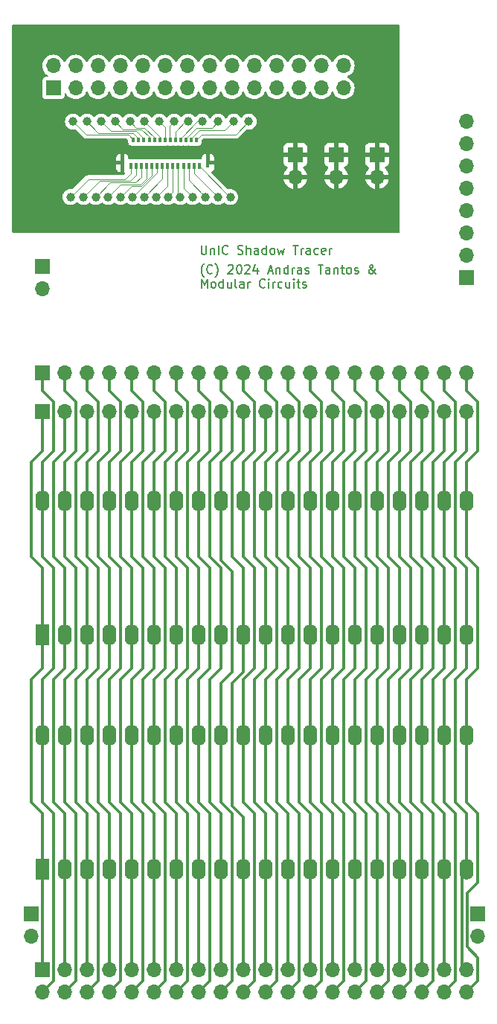
<source format=gbr>
%TF.GenerationSoftware,KiCad,Pcbnew,8.0.4-8.0.4-0~ubuntu24.04.1*%
%TF.CreationDate,2024-08-18T17:45:02-07:00*%
%TF.ProjectId,shadow_tracer,73686164-6f77-45f7-9472-616365722e6b,rev?*%
%TF.SameCoordinates,Original*%
%TF.FileFunction,Copper,L1,Top*%
%TF.FilePolarity,Positive*%
%FSLAX46Y46*%
G04 Gerber Fmt 4.6, Leading zero omitted, Abs format (unit mm)*
G04 Created by KiCad (PCBNEW 8.0.4-8.0.4-0~ubuntu24.04.1) date 2024-08-18 17:45:02*
%MOMM*%
%LPD*%
G01*
G04 APERTURE LIST*
%ADD10C,0.150000*%
%TA.AperFunction,NonConductor*%
%ADD11C,0.150000*%
%TD*%
%TA.AperFunction,ComponentPad*%
%ADD12R,1.700000X1.700000*%
%TD*%
%TA.AperFunction,ComponentPad*%
%ADD13O,1.700000X1.700000*%
%TD*%
%TA.AperFunction,ComponentPad*%
%ADD14R,1.600000X2.400000*%
%TD*%
%TA.AperFunction,ComponentPad*%
%ADD15O,1.600000X2.400000*%
%TD*%
%TA.AperFunction,SMDPad,CuDef*%
%ADD16R,0.355600X0.711200*%
%TD*%
%TA.AperFunction,SMDPad,CuDef*%
%ADD17R,0.355600X0.558800*%
%TD*%
%TA.AperFunction,SMDPad,CuDef*%
%ADD18R,0.406400X1.092200*%
%TD*%
%TA.AperFunction,ViaPad*%
%ADD19C,1.000000*%
%TD*%
%TA.AperFunction,Conductor*%
%ADD20C,0.100000*%
%TD*%
%TA.AperFunction,Conductor*%
%ADD21C,0.300000*%
%TD*%
G04 APERTURE END LIST*
D10*
D11*
X143624493Y-85762827D02*
X143576874Y-85715208D01*
X143576874Y-85715208D02*
X143481636Y-85572351D01*
X143481636Y-85572351D02*
X143434017Y-85477113D01*
X143434017Y-85477113D02*
X143386398Y-85334256D01*
X143386398Y-85334256D02*
X143338779Y-85096160D01*
X143338779Y-85096160D02*
X143338779Y-84905684D01*
X143338779Y-84905684D02*
X143386398Y-84667589D01*
X143386398Y-84667589D02*
X143434017Y-84524732D01*
X143434017Y-84524732D02*
X143481636Y-84429494D01*
X143481636Y-84429494D02*
X143576874Y-84286636D01*
X143576874Y-84286636D02*
X143624493Y-84239017D01*
X144576874Y-85286636D02*
X144529255Y-85334256D01*
X144529255Y-85334256D02*
X144386398Y-85381875D01*
X144386398Y-85381875D02*
X144291160Y-85381875D01*
X144291160Y-85381875D02*
X144148303Y-85334256D01*
X144148303Y-85334256D02*
X144053065Y-85239017D01*
X144053065Y-85239017D02*
X144005446Y-85143779D01*
X144005446Y-85143779D02*
X143957827Y-84953303D01*
X143957827Y-84953303D02*
X143957827Y-84810446D01*
X143957827Y-84810446D02*
X144005446Y-84619970D01*
X144005446Y-84619970D02*
X144053065Y-84524732D01*
X144053065Y-84524732D02*
X144148303Y-84429494D01*
X144148303Y-84429494D02*
X144291160Y-84381875D01*
X144291160Y-84381875D02*
X144386398Y-84381875D01*
X144386398Y-84381875D02*
X144529255Y-84429494D01*
X144529255Y-84429494D02*
X144576874Y-84477113D01*
X144910208Y-85762827D02*
X144957827Y-85715208D01*
X144957827Y-85715208D02*
X145053065Y-85572351D01*
X145053065Y-85572351D02*
X145100684Y-85477113D01*
X145100684Y-85477113D02*
X145148303Y-85334256D01*
X145148303Y-85334256D02*
X145195922Y-85096160D01*
X145195922Y-85096160D02*
X145195922Y-84905684D01*
X145195922Y-84905684D02*
X145148303Y-84667589D01*
X145148303Y-84667589D02*
X145100684Y-84524732D01*
X145100684Y-84524732D02*
X145053065Y-84429494D01*
X145053065Y-84429494D02*
X144957827Y-84286636D01*
X144957827Y-84286636D02*
X144910208Y-84239017D01*
X146386399Y-84477113D02*
X146434018Y-84429494D01*
X146434018Y-84429494D02*
X146529256Y-84381875D01*
X146529256Y-84381875D02*
X146767351Y-84381875D01*
X146767351Y-84381875D02*
X146862589Y-84429494D01*
X146862589Y-84429494D02*
X146910208Y-84477113D01*
X146910208Y-84477113D02*
X146957827Y-84572351D01*
X146957827Y-84572351D02*
X146957827Y-84667589D01*
X146957827Y-84667589D02*
X146910208Y-84810446D01*
X146910208Y-84810446D02*
X146338780Y-85381875D01*
X146338780Y-85381875D02*
X146957827Y-85381875D01*
X147576875Y-84381875D02*
X147672113Y-84381875D01*
X147672113Y-84381875D02*
X147767351Y-84429494D01*
X147767351Y-84429494D02*
X147814970Y-84477113D01*
X147814970Y-84477113D02*
X147862589Y-84572351D01*
X147862589Y-84572351D02*
X147910208Y-84762827D01*
X147910208Y-84762827D02*
X147910208Y-85000922D01*
X147910208Y-85000922D02*
X147862589Y-85191398D01*
X147862589Y-85191398D02*
X147814970Y-85286636D01*
X147814970Y-85286636D02*
X147767351Y-85334256D01*
X147767351Y-85334256D02*
X147672113Y-85381875D01*
X147672113Y-85381875D02*
X147576875Y-85381875D01*
X147576875Y-85381875D02*
X147481637Y-85334256D01*
X147481637Y-85334256D02*
X147434018Y-85286636D01*
X147434018Y-85286636D02*
X147386399Y-85191398D01*
X147386399Y-85191398D02*
X147338780Y-85000922D01*
X147338780Y-85000922D02*
X147338780Y-84762827D01*
X147338780Y-84762827D02*
X147386399Y-84572351D01*
X147386399Y-84572351D02*
X147434018Y-84477113D01*
X147434018Y-84477113D02*
X147481637Y-84429494D01*
X147481637Y-84429494D02*
X147576875Y-84381875D01*
X148291161Y-84477113D02*
X148338780Y-84429494D01*
X148338780Y-84429494D02*
X148434018Y-84381875D01*
X148434018Y-84381875D02*
X148672113Y-84381875D01*
X148672113Y-84381875D02*
X148767351Y-84429494D01*
X148767351Y-84429494D02*
X148814970Y-84477113D01*
X148814970Y-84477113D02*
X148862589Y-84572351D01*
X148862589Y-84572351D02*
X148862589Y-84667589D01*
X148862589Y-84667589D02*
X148814970Y-84810446D01*
X148814970Y-84810446D02*
X148243542Y-85381875D01*
X148243542Y-85381875D02*
X148862589Y-85381875D01*
X149719732Y-84715208D02*
X149719732Y-85381875D01*
X149481637Y-84334256D02*
X149243542Y-85048541D01*
X149243542Y-85048541D02*
X149862589Y-85048541D01*
X150957828Y-85096160D02*
X151434018Y-85096160D01*
X150862590Y-85381875D02*
X151195923Y-84381875D01*
X151195923Y-84381875D02*
X151529256Y-85381875D01*
X151862590Y-84715208D02*
X151862590Y-85381875D01*
X151862590Y-84810446D02*
X151910209Y-84762827D01*
X151910209Y-84762827D02*
X152005447Y-84715208D01*
X152005447Y-84715208D02*
X152148304Y-84715208D01*
X152148304Y-84715208D02*
X152243542Y-84762827D01*
X152243542Y-84762827D02*
X152291161Y-84858065D01*
X152291161Y-84858065D02*
X152291161Y-85381875D01*
X153195923Y-85381875D02*
X153195923Y-84381875D01*
X153195923Y-85334256D02*
X153100685Y-85381875D01*
X153100685Y-85381875D02*
X152910209Y-85381875D01*
X152910209Y-85381875D02*
X152814971Y-85334256D01*
X152814971Y-85334256D02*
X152767352Y-85286636D01*
X152767352Y-85286636D02*
X152719733Y-85191398D01*
X152719733Y-85191398D02*
X152719733Y-84905684D01*
X152719733Y-84905684D02*
X152767352Y-84810446D01*
X152767352Y-84810446D02*
X152814971Y-84762827D01*
X152814971Y-84762827D02*
X152910209Y-84715208D01*
X152910209Y-84715208D02*
X153100685Y-84715208D01*
X153100685Y-84715208D02*
X153195923Y-84762827D01*
X153672114Y-85381875D02*
X153672114Y-84715208D01*
X153672114Y-84905684D02*
X153719733Y-84810446D01*
X153719733Y-84810446D02*
X153767352Y-84762827D01*
X153767352Y-84762827D02*
X153862590Y-84715208D01*
X153862590Y-84715208D02*
X153957828Y-84715208D01*
X154719733Y-85381875D02*
X154719733Y-84858065D01*
X154719733Y-84858065D02*
X154672114Y-84762827D01*
X154672114Y-84762827D02*
X154576876Y-84715208D01*
X154576876Y-84715208D02*
X154386400Y-84715208D01*
X154386400Y-84715208D02*
X154291162Y-84762827D01*
X154719733Y-85334256D02*
X154624495Y-85381875D01*
X154624495Y-85381875D02*
X154386400Y-85381875D01*
X154386400Y-85381875D02*
X154291162Y-85334256D01*
X154291162Y-85334256D02*
X154243543Y-85239017D01*
X154243543Y-85239017D02*
X154243543Y-85143779D01*
X154243543Y-85143779D02*
X154291162Y-85048541D01*
X154291162Y-85048541D02*
X154386400Y-85000922D01*
X154386400Y-85000922D02*
X154624495Y-85000922D01*
X154624495Y-85000922D02*
X154719733Y-84953303D01*
X155148305Y-85334256D02*
X155243543Y-85381875D01*
X155243543Y-85381875D02*
X155434019Y-85381875D01*
X155434019Y-85381875D02*
X155529257Y-85334256D01*
X155529257Y-85334256D02*
X155576876Y-85239017D01*
X155576876Y-85239017D02*
X155576876Y-85191398D01*
X155576876Y-85191398D02*
X155529257Y-85096160D01*
X155529257Y-85096160D02*
X155434019Y-85048541D01*
X155434019Y-85048541D02*
X155291162Y-85048541D01*
X155291162Y-85048541D02*
X155195924Y-85000922D01*
X155195924Y-85000922D02*
X155148305Y-84905684D01*
X155148305Y-84905684D02*
X155148305Y-84858065D01*
X155148305Y-84858065D02*
X155195924Y-84762827D01*
X155195924Y-84762827D02*
X155291162Y-84715208D01*
X155291162Y-84715208D02*
X155434019Y-84715208D01*
X155434019Y-84715208D02*
X155529257Y-84762827D01*
X156624496Y-84381875D02*
X157195924Y-84381875D01*
X156910210Y-85381875D02*
X156910210Y-84381875D01*
X157957829Y-85381875D02*
X157957829Y-84858065D01*
X157957829Y-84858065D02*
X157910210Y-84762827D01*
X157910210Y-84762827D02*
X157814972Y-84715208D01*
X157814972Y-84715208D02*
X157624496Y-84715208D01*
X157624496Y-84715208D02*
X157529258Y-84762827D01*
X157957829Y-85334256D02*
X157862591Y-85381875D01*
X157862591Y-85381875D02*
X157624496Y-85381875D01*
X157624496Y-85381875D02*
X157529258Y-85334256D01*
X157529258Y-85334256D02*
X157481639Y-85239017D01*
X157481639Y-85239017D02*
X157481639Y-85143779D01*
X157481639Y-85143779D02*
X157529258Y-85048541D01*
X157529258Y-85048541D02*
X157624496Y-85000922D01*
X157624496Y-85000922D02*
X157862591Y-85000922D01*
X157862591Y-85000922D02*
X157957829Y-84953303D01*
X158434020Y-84715208D02*
X158434020Y-85381875D01*
X158434020Y-84810446D02*
X158481639Y-84762827D01*
X158481639Y-84762827D02*
X158576877Y-84715208D01*
X158576877Y-84715208D02*
X158719734Y-84715208D01*
X158719734Y-84715208D02*
X158814972Y-84762827D01*
X158814972Y-84762827D02*
X158862591Y-84858065D01*
X158862591Y-84858065D02*
X158862591Y-85381875D01*
X159195925Y-84715208D02*
X159576877Y-84715208D01*
X159338782Y-84381875D02*
X159338782Y-85239017D01*
X159338782Y-85239017D02*
X159386401Y-85334256D01*
X159386401Y-85334256D02*
X159481639Y-85381875D01*
X159481639Y-85381875D02*
X159576877Y-85381875D01*
X160053068Y-85381875D02*
X159957830Y-85334256D01*
X159957830Y-85334256D02*
X159910211Y-85286636D01*
X159910211Y-85286636D02*
X159862592Y-85191398D01*
X159862592Y-85191398D02*
X159862592Y-84905684D01*
X159862592Y-84905684D02*
X159910211Y-84810446D01*
X159910211Y-84810446D02*
X159957830Y-84762827D01*
X159957830Y-84762827D02*
X160053068Y-84715208D01*
X160053068Y-84715208D02*
X160195925Y-84715208D01*
X160195925Y-84715208D02*
X160291163Y-84762827D01*
X160291163Y-84762827D02*
X160338782Y-84810446D01*
X160338782Y-84810446D02*
X160386401Y-84905684D01*
X160386401Y-84905684D02*
X160386401Y-85191398D01*
X160386401Y-85191398D02*
X160338782Y-85286636D01*
X160338782Y-85286636D02*
X160291163Y-85334256D01*
X160291163Y-85334256D02*
X160195925Y-85381875D01*
X160195925Y-85381875D02*
X160053068Y-85381875D01*
X160767354Y-85334256D02*
X160862592Y-85381875D01*
X160862592Y-85381875D02*
X161053068Y-85381875D01*
X161053068Y-85381875D02*
X161148306Y-85334256D01*
X161148306Y-85334256D02*
X161195925Y-85239017D01*
X161195925Y-85239017D02*
X161195925Y-85191398D01*
X161195925Y-85191398D02*
X161148306Y-85096160D01*
X161148306Y-85096160D02*
X161053068Y-85048541D01*
X161053068Y-85048541D02*
X160910211Y-85048541D01*
X160910211Y-85048541D02*
X160814973Y-85000922D01*
X160814973Y-85000922D02*
X160767354Y-84905684D01*
X160767354Y-84905684D02*
X160767354Y-84858065D01*
X160767354Y-84858065D02*
X160814973Y-84762827D01*
X160814973Y-84762827D02*
X160910211Y-84715208D01*
X160910211Y-84715208D02*
X161053068Y-84715208D01*
X161053068Y-84715208D02*
X161148306Y-84762827D01*
X163195926Y-85381875D02*
X163148307Y-85381875D01*
X163148307Y-85381875D02*
X163053068Y-85334256D01*
X163053068Y-85334256D02*
X162910211Y-85191398D01*
X162910211Y-85191398D02*
X162672116Y-84905684D01*
X162672116Y-84905684D02*
X162576878Y-84762827D01*
X162576878Y-84762827D02*
X162529259Y-84619970D01*
X162529259Y-84619970D02*
X162529259Y-84524732D01*
X162529259Y-84524732D02*
X162576878Y-84429494D01*
X162576878Y-84429494D02*
X162672116Y-84381875D01*
X162672116Y-84381875D02*
X162719735Y-84381875D01*
X162719735Y-84381875D02*
X162814973Y-84429494D01*
X162814973Y-84429494D02*
X162862592Y-84524732D01*
X162862592Y-84524732D02*
X162862592Y-84572351D01*
X162862592Y-84572351D02*
X162814973Y-84667589D01*
X162814973Y-84667589D02*
X162767354Y-84715208D01*
X162767354Y-84715208D02*
X162481640Y-84905684D01*
X162481640Y-84905684D02*
X162434021Y-84953303D01*
X162434021Y-84953303D02*
X162386402Y-85048541D01*
X162386402Y-85048541D02*
X162386402Y-85191398D01*
X162386402Y-85191398D02*
X162434021Y-85286636D01*
X162434021Y-85286636D02*
X162481640Y-85334256D01*
X162481640Y-85334256D02*
X162576878Y-85381875D01*
X162576878Y-85381875D02*
X162719735Y-85381875D01*
X162719735Y-85381875D02*
X162814973Y-85334256D01*
X162814973Y-85334256D02*
X162862592Y-85286636D01*
X162862592Y-85286636D02*
X163005449Y-85096160D01*
X163005449Y-85096160D02*
X163053068Y-84953303D01*
X163053068Y-84953303D02*
X163053068Y-84858065D01*
X143338779Y-86991819D02*
X143338779Y-85991819D01*
X143338779Y-85991819D02*
X143672112Y-86706104D01*
X143672112Y-86706104D02*
X144005445Y-85991819D01*
X144005445Y-85991819D02*
X144005445Y-86991819D01*
X144624493Y-86991819D02*
X144529255Y-86944200D01*
X144529255Y-86944200D02*
X144481636Y-86896580D01*
X144481636Y-86896580D02*
X144434017Y-86801342D01*
X144434017Y-86801342D02*
X144434017Y-86515628D01*
X144434017Y-86515628D02*
X144481636Y-86420390D01*
X144481636Y-86420390D02*
X144529255Y-86372771D01*
X144529255Y-86372771D02*
X144624493Y-86325152D01*
X144624493Y-86325152D02*
X144767350Y-86325152D01*
X144767350Y-86325152D02*
X144862588Y-86372771D01*
X144862588Y-86372771D02*
X144910207Y-86420390D01*
X144910207Y-86420390D02*
X144957826Y-86515628D01*
X144957826Y-86515628D02*
X144957826Y-86801342D01*
X144957826Y-86801342D02*
X144910207Y-86896580D01*
X144910207Y-86896580D02*
X144862588Y-86944200D01*
X144862588Y-86944200D02*
X144767350Y-86991819D01*
X144767350Y-86991819D02*
X144624493Y-86991819D01*
X145814969Y-86991819D02*
X145814969Y-85991819D01*
X145814969Y-86944200D02*
X145719731Y-86991819D01*
X145719731Y-86991819D02*
X145529255Y-86991819D01*
X145529255Y-86991819D02*
X145434017Y-86944200D01*
X145434017Y-86944200D02*
X145386398Y-86896580D01*
X145386398Y-86896580D02*
X145338779Y-86801342D01*
X145338779Y-86801342D02*
X145338779Y-86515628D01*
X145338779Y-86515628D02*
X145386398Y-86420390D01*
X145386398Y-86420390D02*
X145434017Y-86372771D01*
X145434017Y-86372771D02*
X145529255Y-86325152D01*
X145529255Y-86325152D02*
X145719731Y-86325152D01*
X145719731Y-86325152D02*
X145814969Y-86372771D01*
X146719731Y-86325152D02*
X146719731Y-86991819D01*
X146291160Y-86325152D02*
X146291160Y-86848961D01*
X146291160Y-86848961D02*
X146338779Y-86944200D01*
X146338779Y-86944200D02*
X146434017Y-86991819D01*
X146434017Y-86991819D02*
X146576874Y-86991819D01*
X146576874Y-86991819D02*
X146672112Y-86944200D01*
X146672112Y-86944200D02*
X146719731Y-86896580D01*
X147338779Y-86991819D02*
X147243541Y-86944200D01*
X147243541Y-86944200D02*
X147195922Y-86848961D01*
X147195922Y-86848961D02*
X147195922Y-85991819D01*
X148148303Y-86991819D02*
X148148303Y-86468009D01*
X148148303Y-86468009D02*
X148100684Y-86372771D01*
X148100684Y-86372771D02*
X148005446Y-86325152D01*
X148005446Y-86325152D02*
X147814970Y-86325152D01*
X147814970Y-86325152D02*
X147719732Y-86372771D01*
X148148303Y-86944200D02*
X148053065Y-86991819D01*
X148053065Y-86991819D02*
X147814970Y-86991819D01*
X147814970Y-86991819D02*
X147719732Y-86944200D01*
X147719732Y-86944200D02*
X147672113Y-86848961D01*
X147672113Y-86848961D02*
X147672113Y-86753723D01*
X147672113Y-86753723D02*
X147719732Y-86658485D01*
X147719732Y-86658485D02*
X147814970Y-86610866D01*
X147814970Y-86610866D02*
X148053065Y-86610866D01*
X148053065Y-86610866D02*
X148148303Y-86563247D01*
X148624494Y-86991819D02*
X148624494Y-86325152D01*
X148624494Y-86515628D02*
X148672113Y-86420390D01*
X148672113Y-86420390D02*
X148719732Y-86372771D01*
X148719732Y-86372771D02*
X148814970Y-86325152D01*
X148814970Y-86325152D02*
X148910208Y-86325152D01*
X150576875Y-86896580D02*
X150529256Y-86944200D01*
X150529256Y-86944200D02*
X150386399Y-86991819D01*
X150386399Y-86991819D02*
X150291161Y-86991819D01*
X150291161Y-86991819D02*
X150148304Y-86944200D01*
X150148304Y-86944200D02*
X150053066Y-86848961D01*
X150053066Y-86848961D02*
X150005447Y-86753723D01*
X150005447Y-86753723D02*
X149957828Y-86563247D01*
X149957828Y-86563247D02*
X149957828Y-86420390D01*
X149957828Y-86420390D02*
X150005447Y-86229914D01*
X150005447Y-86229914D02*
X150053066Y-86134676D01*
X150053066Y-86134676D02*
X150148304Y-86039438D01*
X150148304Y-86039438D02*
X150291161Y-85991819D01*
X150291161Y-85991819D02*
X150386399Y-85991819D01*
X150386399Y-85991819D02*
X150529256Y-86039438D01*
X150529256Y-86039438D02*
X150576875Y-86087057D01*
X151005447Y-86991819D02*
X151005447Y-86325152D01*
X151005447Y-85991819D02*
X150957828Y-86039438D01*
X150957828Y-86039438D02*
X151005447Y-86087057D01*
X151005447Y-86087057D02*
X151053066Y-86039438D01*
X151053066Y-86039438D02*
X151005447Y-85991819D01*
X151005447Y-85991819D02*
X151005447Y-86087057D01*
X151481637Y-86991819D02*
X151481637Y-86325152D01*
X151481637Y-86515628D02*
X151529256Y-86420390D01*
X151529256Y-86420390D02*
X151576875Y-86372771D01*
X151576875Y-86372771D02*
X151672113Y-86325152D01*
X151672113Y-86325152D02*
X151767351Y-86325152D01*
X152529256Y-86944200D02*
X152434018Y-86991819D01*
X152434018Y-86991819D02*
X152243542Y-86991819D01*
X152243542Y-86991819D02*
X152148304Y-86944200D01*
X152148304Y-86944200D02*
X152100685Y-86896580D01*
X152100685Y-86896580D02*
X152053066Y-86801342D01*
X152053066Y-86801342D02*
X152053066Y-86515628D01*
X152053066Y-86515628D02*
X152100685Y-86420390D01*
X152100685Y-86420390D02*
X152148304Y-86372771D01*
X152148304Y-86372771D02*
X152243542Y-86325152D01*
X152243542Y-86325152D02*
X152434018Y-86325152D01*
X152434018Y-86325152D02*
X152529256Y-86372771D01*
X153386399Y-86325152D02*
X153386399Y-86991819D01*
X152957828Y-86325152D02*
X152957828Y-86848961D01*
X152957828Y-86848961D02*
X153005447Y-86944200D01*
X153005447Y-86944200D02*
X153100685Y-86991819D01*
X153100685Y-86991819D02*
X153243542Y-86991819D01*
X153243542Y-86991819D02*
X153338780Y-86944200D01*
X153338780Y-86944200D02*
X153386399Y-86896580D01*
X153862590Y-86991819D02*
X153862590Y-86325152D01*
X153862590Y-85991819D02*
X153814971Y-86039438D01*
X153814971Y-86039438D02*
X153862590Y-86087057D01*
X153862590Y-86087057D02*
X153910209Y-86039438D01*
X153910209Y-86039438D02*
X153862590Y-85991819D01*
X153862590Y-85991819D02*
X153862590Y-86087057D01*
X154195923Y-86325152D02*
X154576875Y-86325152D01*
X154338780Y-85991819D02*
X154338780Y-86848961D01*
X154338780Y-86848961D02*
X154386399Y-86944200D01*
X154386399Y-86944200D02*
X154481637Y-86991819D01*
X154481637Y-86991819D02*
X154576875Y-86991819D01*
X154862590Y-86944200D02*
X154957828Y-86991819D01*
X154957828Y-86991819D02*
X155148304Y-86991819D01*
X155148304Y-86991819D02*
X155243542Y-86944200D01*
X155243542Y-86944200D02*
X155291161Y-86848961D01*
X155291161Y-86848961D02*
X155291161Y-86801342D01*
X155291161Y-86801342D02*
X155243542Y-86706104D01*
X155243542Y-86706104D02*
X155148304Y-86658485D01*
X155148304Y-86658485D02*
X155005447Y-86658485D01*
X155005447Y-86658485D02*
X154910209Y-86610866D01*
X154910209Y-86610866D02*
X154862590Y-86515628D01*
X154862590Y-86515628D02*
X154862590Y-86468009D01*
X154862590Y-86468009D02*
X154910209Y-86372771D01*
X154910209Y-86372771D02*
X155005447Y-86325152D01*
X155005447Y-86325152D02*
X155148304Y-86325152D01*
X155148304Y-86325152D02*
X155243542Y-86372771D01*
D10*
D11*
X143338779Y-82181819D02*
X143338779Y-82991342D01*
X143338779Y-82991342D02*
X143386398Y-83086580D01*
X143386398Y-83086580D02*
X143434017Y-83134200D01*
X143434017Y-83134200D02*
X143529255Y-83181819D01*
X143529255Y-83181819D02*
X143719731Y-83181819D01*
X143719731Y-83181819D02*
X143814969Y-83134200D01*
X143814969Y-83134200D02*
X143862588Y-83086580D01*
X143862588Y-83086580D02*
X143910207Y-82991342D01*
X143910207Y-82991342D02*
X143910207Y-82181819D01*
X144386398Y-82515152D02*
X144386398Y-83181819D01*
X144386398Y-82610390D02*
X144434017Y-82562771D01*
X144434017Y-82562771D02*
X144529255Y-82515152D01*
X144529255Y-82515152D02*
X144672112Y-82515152D01*
X144672112Y-82515152D02*
X144767350Y-82562771D01*
X144767350Y-82562771D02*
X144814969Y-82658009D01*
X144814969Y-82658009D02*
X144814969Y-83181819D01*
X145291160Y-83181819D02*
X145291160Y-82181819D01*
X146338778Y-83086580D02*
X146291159Y-83134200D01*
X146291159Y-83134200D02*
X146148302Y-83181819D01*
X146148302Y-83181819D02*
X146053064Y-83181819D01*
X146053064Y-83181819D02*
X145910207Y-83134200D01*
X145910207Y-83134200D02*
X145814969Y-83038961D01*
X145814969Y-83038961D02*
X145767350Y-82943723D01*
X145767350Y-82943723D02*
X145719731Y-82753247D01*
X145719731Y-82753247D02*
X145719731Y-82610390D01*
X145719731Y-82610390D02*
X145767350Y-82419914D01*
X145767350Y-82419914D02*
X145814969Y-82324676D01*
X145814969Y-82324676D02*
X145910207Y-82229438D01*
X145910207Y-82229438D02*
X146053064Y-82181819D01*
X146053064Y-82181819D02*
X146148302Y-82181819D01*
X146148302Y-82181819D02*
X146291159Y-82229438D01*
X146291159Y-82229438D02*
X146338778Y-82277057D01*
X147481636Y-83134200D02*
X147624493Y-83181819D01*
X147624493Y-83181819D02*
X147862588Y-83181819D01*
X147862588Y-83181819D02*
X147957826Y-83134200D01*
X147957826Y-83134200D02*
X148005445Y-83086580D01*
X148005445Y-83086580D02*
X148053064Y-82991342D01*
X148053064Y-82991342D02*
X148053064Y-82896104D01*
X148053064Y-82896104D02*
X148005445Y-82800866D01*
X148005445Y-82800866D02*
X147957826Y-82753247D01*
X147957826Y-82753247D02*
X147862588Y-82705628D01*
X147862588Y-82705628D02*
X147672112Y-82658009D01*
X147672112Y-82658009D02*
X147576874Y-82610390D01*
X147576874Y-82610390D02*
X147529255Y-82562771D01*
X147529255Y-82562771D02*
X147481636Y-82467533D01*
X147481636Y-82467533D02*
X147481636Y-82372295D01*
X147481636Y-82372295D02*
X147529255Y-82277057D01*
X147529255Y-82277057D02*
X147576874Y-82229438D01*
X147576874Y-82229438D02*
X147672112Y-82181819D01*
X147672112Y-82181819D02*
X147910207Y-82181819D01*
X147910207Y-82181819D02*
X148053064Y-82229438D01*
X148481636Y-83181819D02*
X148481636Y-82181819D01*
X148910207Y-83181819D02*
X148910207Y-82658009D01*
X148910207Y-82658009D02*
X148862588Y-82562771D01*
X148862588Y-82562771D02*
X148767350Y-82515152D01*
X148767350Y-82515152D02*
X148624493Y-82515152D01*
X148624493Y-82515152D02*
X148529255Y-82562771D01*
X148529255Y-82562771D02*
X148481636Y-82610390D01*
X149814969Y-83181819D02*
X149814969Y-82658009D01*
X149814969Y-82658009D02*
X149767350Y-82562771D01*
X149767350Y-82562771D02*
X149672112Y-82515152D01*
X149672112Y-82515152D02*
X149481636Y-82515152D01*
X149481636Y-82515152D02*
X149386398Y-82562771D01*
X149814969Y-83134200D02*
X149719731Y-83181819D01*
X149719731Y-83181819D02*
X149481636Y-83181819D01*
X149481636Y-83181819D02*
X149386398Y-83134200D01*
X149386398Y-83134200D02*
X149338779Y-83038961D01*
X149338779Y-83038961D02*
X149338779Y-82943723D01*
X149338779Y-82943723D02*
X149386398Y-82848485D01*
X149386398Y-82848485D02*
X149481636Y-82800866D01*
X149481636Y-82800866D02*
X149719731Y-82800866D01*
X149719731Y-82800866D02*
X149814969Y-82753247D01*
X150719731Y-83181819D02*
X150719731Y-82181819D01*
X150719731Y-83134200D02*
X150624493Y-83181819D01*
X150624493Y-83181819D02*
X150434017Y-83181819D01*
X150434017Y-83181819D02*
X150338779Y-83134200D01*
X150338779Y-83134200D02*
X150291160Y-83086580D01*
X150291160Y-83086580D02*
X150243541Y-82991342D01*
X150243541Y-82991342D02*
X150243541Y-82705628D01*
X150243541Y-82705628D02*
X150291160Y-82610390D01*
X150291160Y-82610390D02*
X150338779Y-82562771D01*
X150338779Y-82562771D02*
X150434017Y-82515152D01*
X150434017Y-82515152D02*
X150624493Y-82515152D01*
X150624493Y-82515152D02*
X150719731Y-82562771D01*
X151338779Y-83181819D02*
X151243541Y-83134200D01*
X151243541Y-83134200D02*
X151195922Y-83086580D01*
X151195922Y-83086580D02*
X151148303Y-82991342D01*
X151148303Y-82991342D02*
X151148303Y-82705628D01*
X151148303Y-82705628D02*
X151195922Y-82610390D01*
X151195922Y-82610390D02*
X151243541Y-82562771D01*
X151243541Y-82562771D02*
X151338779Y-82515152D01*
X151338779Y-82515152D02*
X151481636Y-82515152D01*
X151481636Y-82515152D02*
X151576874Y-82562771D01*
X151576874Y-82562771D02*
X151624493Y-82610390D01*
X151624493Y-82610390D02*
X151672112Y-82705628D01*
X151672112Y-82705628D02*
X151672112Y-82991342D01*
X151672112Y-82991342D02*
X151624493Y-83086580D01*
X151624493Y-83086580D02*
X151576874Y-83134200D01*
X151576874Y-83134200D02*
X151481636Y-83181819D01*
X151481636Y-83181819D02*
X151338779Y-83181819D01*
X152005446Y-82515152D02*
X152195922Y-83181819D01*
X152195922Y-83181819D02*
X152386398Y-82705628D01*
X152386398Y-82705628D02*
X152576874Y-83181819D01*
X152576874Y-83181819D02*
X152767350Y-82515152D01*
X153767351Y-82181819D02*
X154338779Y-82181819D01*
X154053065Y-83181819D02*
X154053065Y-82181819D01*
X154672113Y-83181819D02*
X154672113Y-82515152D01*
X154672113Y-82705628D02*
X154719732Y-82610390D01*
X154719732Y-82610390D02*
X154767351Y-82562771D01*
X154767351Y-82562771D02*
X154862589Y-82515152D01*
X154862589Y-82515152D02*
X154957827Y-82515152D01*
X155719732Y-83181819D02*
X155719732Y-82658009D01*
X155719732Y-82658009D02*
X155672113Y-82562771D01*
X155672113Y-82562771D02*
X155576875Y-82515152D01*
X155576875Y-82515152D02*
X155386399Y-82515152D01*
X155386399Y-82515152D02*
X155291161Y-82562771D01*
X155719732Y-83134200D02*
X155624494Y-83181819D01*
X155624494Y-83181819D02*
X155386399Y-83181819D01*
X155386399Y-83181819D02*
X155291161Y-83134200D01*
X155291161Y-83134200D02*
X155243542Y-83038961D01*
X155243542Y-83038961D02*
X155243542Y-82943723D01*
X155243542Y-82943723D02*
X155291161Y-82848485D01*
X155291161Y-82848485D02*
X155386399Y-82800866D01*
X155386399Y-82800866D02*
X155624494Y-82800866D01*
X155624494Y-82800866D02*
X155719732Y-82753247D01*
X156624494Y-83134200D02*
X156529256Y-83181819D01*
X156529256Y-83181819D02*
X156338780Y-83181819D01*
X156338780Y-83181819D02*
X156243542Y-83134200D01*
X156243542Y-83134200D02*
X156195923Y-83086580D01*
X156195923Y-83086580D02*
X156148304Y-82991342D01*
X156148304Y-82991342D02*
X156148304Y-82705628D01*
X156148304Y-82705628D02*
X156195923Y-82610390D01*
X156195923Y-82610390D02*
X156243542Y-82562771D01*
X156243542Y-82562771D02*
X156338780Y-82515152D01*
X156338780Y-82515152D02*
X156529256Y-82515152D01*
X156529256Y-82515152D02*
X156624494Y-82562771D01*
X157434018Y-83134200D02*
X157338780Y-83181819D01*
X157338780Y-83181819D02*
X157148304Y-83181819D01*
X157148304Y-83181819D02*
X157053066Y-83134200D01*
X157053066Y-83134200D02*
X157005447Y-83038961D01*
X157005447Y-83038961D02*
X157005447Y-82658009D01*
X157005447Y-82658009D02*
X157053066Y-82562771D01*
X157053066Y-82562771D02*
X157148304Y-82515152D01*
X157148304Y-82515152D02*
X157338780Y-82515152D01*
X157338780Y-82515152D02*
X157434018Y-82562771D01*
X157434018Y-82562771D02*
X157481637Y-82658009D01*
X157481637Y-82658009D02*
X157481637Y-82753247D01*
X157481637Y-82753247D02*
X157005447Y-82848485D01*
X157910209Y-83181819D02*
X157910209Y-82515152D01*
X157910209Y-82705628D02*
X157957828Y-82610390D01*
X157957828Y-82610390D02*
X158005447Y-82562771D01*
X158005447Y-82562771D02*
X158100685Y-82515152D01*
X158100685Y-82515152D02*
X158195923Y-82515152D01*
D12*
%TO.P,J9,1,Pin_1*%
%TO.N,GNDI*%
X163322000Y-71882000D03*
D13*
%TO.P,J9,2,Pin_2*%
X163322000Y-74422000D03*
%TD*%
D12*
%TO.P,J8,1,Pin_1*%
%TO.N,GNDI*%
X158672000Y-71882000D03*
D13*
%TO.P,J8,2,Pin_2*%
X158672000Y-74422000D03*
%TD*%
D12*
%TO.P,J7,1,Pin_1*%
%TO.N,GNDI*%
X154022000Y-71882000D03*
D13*
%TO.P,J7,2,Pin_2*%
X154022000Y-74422000D03*
%TD*%
D12*
%TO.P,J6,1,Pin_1*%
%TO.N,GND*%
X123952000Y-158242000D03*
D13*
%TO.P,J6,2,Pin_2*%
X123952000Y-160782000D03*
%TD*%
D12*
%TO.P,J5,1,Pin_1*%
%TO.N,GND*%
X125222000Y-84582000D03*
D13*
%TO.P,J5,2,Pin_2*%
X125222000Y-87122000D03*
%TD*%
D12*
%TO.P,J4,1,Pin_1*%
%TO.N,GND*%
X174752000Y-158242000D03*
D13*
%TO.P,J4,2,Pin_2*%
X174752000Y-160782000D03*
%TD*%
D14*
%TO.P,SOCKET2,1,Pin_1*%
%TO.N,/PIN1*%
X125222000Y-153162000D03*
D15*
%TO.P,SOCKET2,2,Pin_2*%
%TO.N,/PIN2*%
X127762000Y-153162000D03*
%TO.P,SOCKET2,3,Pin_3*%
%TO.N,/PIN3*%
X130302000Y-153162000D03*
%TO.P,SOCKET2,4,Pin_4*%
%TO.N,/PIN4*%
X132842000Y-153162000D03*
%TO.P,SOCKET2,5,Pin_5*%
%TO.N,/PIN5*%
X135382000Y-153162000D03*
%TO.P,SOCKET2,6,Pin_6*%
%TO.N,/PIN6*%
X137922000Y-153162000D03*
%TO.P,SOCKET2,7,Pin_7*%
%TO.N,/PIN7*%
X140462000Y-153162000D03*
%TO.P,SOCKET2,8,Pin_8*%
%TO.N,/PIN8*%
X143002000Y-153162000D03*
%TO.P,SOCKET2,9,Pin_9*%
%TO.N,/PIN9*%
X145542000Y-153162000D03*
%TO.P,SOCKET2,10,Pin_10*%
%TO.N,/PIN10*%
X148082000Y-153162000D03*
%TO.P,SOCKET2,11,Pin_11*%
%TO.N,/PIN11*%
X150622000Y-153162000D03*
%TO.P,SOCKET2,12,Pin_12*%
%TO.N,/PIN12*%
X153162000Y-153162000D03*
%TO.P,SOCKET2,13,Pin_13*%
%TO.N,/PIN13*%
X155702000Y-153162000D03*
%TO.P,SOCKET2,14,Pin_14*%
%TO.N,/PIN14*%
X158242000Y-153162000D03*
%TO.P,SOCKET2,15,Pin_15*%
%TO.N,/PIN15*%
X160782000Y-153162000D03*
%TO.P,SOCKET2,16,Pin_16*%
%TO.N,/PIN16*%
X163322000Y-153162000D03*
%TO.P,SOCKET2,17,Pin_17*%
%TO.N,/PIN17*%
X165862000Y-153162000D03*
%TO.P,SOCKET2,18,Pin_18*%
%TO.N,/PIN18*%
X168402000Y-153162000D03*
%TO.P,SOCKET2,19,Pin_19*%
%TO.N,/PIN19*%
X170942000Y-153162000D03*
%TO.P,SOCKET2,20,Pin_20*%
%TO.N,/PIN20*%
X173482000Y-153162000D03*
%TO.P,SOCKET2,21,Pin_21*%
%TO.N,/PIN21*%
X173482000Y-137922000D03*
%TO.P,SOCKET2,22,Pin_22*%
%TO.N,/PIN22*%
X170942000Y-137922000D03*
%TO.P,SOCKET2,23,Pin_23*%
%TO.N,/PIN23*%
X168402000Y-137922000D03*
%TO.P,SOCKET2,24,Pin_24*%
%TO.N,/PIN24*%
X165862000Y-137922000D03*
%TO.P,SOCKET2,25,Pin_25*%
%TO.N,/PIN25*%
X163322000Y-137922000D03*
%TO.P,SOCKET2,26,Pin_26*%
%TO.N,/PIN26*%
X160782000Y-137922000D03*
%TO.P,SOCKET2,27,Pin_27*%
%TO.N,/PIN27*%
X158242000Y-137922000D03*
%TO.P,SOCKET2,28,Pin_28*%
%TO.N,/PIN28*%
X155702000Y-137922000D03*
%TO.P,SOCKET2,29,Pin_29*%
%TO.N,/PIN29*%
X153162000Y-137922000D03*
%TO.P,SOCKET2,30,Pin_30*%
%TO.N,/PIN30*%
X150622000Y-137922000D03*
%TO.P,SOCKET2,31,Pin_31*%
%TO.N,/PIN31*%
X148082000Y-137922000D03*
%TO.P,SOCKET2,32,Pin_32*%
%TO.N,/PIN32*%
X145542000Y-137922000D03*
%TO.P,SOCKET2,33,Pin_33*%
%TO.N,/PIN33*%
X143002000Y-137922000D03*
%TO.P,SOCKET2,34,Pin_34*%
%TO.N,/PIN34*%
X140462000Y-137922000D03*
%TO.P,SOCKET2,35,Pin_35*%
%TO.N,/PIN35*%
X137922000Y-137922000D03*
%TO.P,SOCKET2,36,Pin_36*%
%TO.N,/PIN36*%
X135382000Y-137922000D03*
%TO.P,SOCKET2,37,Pin_37*%
%TO.N,/PIN37*%
X132842000Y-137922000D03*
%TO.P,SOCKET2,38,Pin_38*%
%TO.N,/PIN38*%
X130302000Y-137922000D03*
%TO.P,SOCKET2,39,Pin_39*%
%TO.N,/PIN39*%
X127762000Y-137922000D03*
%TO.P,SOCKET2,40,Pin_40*%
%TO.N,/PIN40*%
X125222000Y-137922000D03*
%TD*%
%TO.P,SOCKET1,40,Pin_40*%
%TO.N,/PIN40*%
X125227000Y-111257000D03*
%TO.P,SOCKET1,39,Pin_39*%
%TO.N,/PIN39*%
X127767000Y-111257000D03*
%TO.P,SOCKET1,38,Pin_38*%
%TO.N,/PIN38*%
X130307000Y-111257000D03*
%TO.P,SOCKET1,37,Pin_37*%
%TO.N,/PIN37*%
X132847000Y-111257000D03*
%TO.P,SOCKET1,36,Pin_36*%
%TO.N,/PIN36*%
X135387000Y-111257000D03*
%TO.P,SOCKET1,35,Pin_35*%
%TO.N,/PIN35*%
X137927000Y-111257000D03*
%TO.P,SOCKET1,34,Pin_34*%
%TO.N,/PIN34*%
X140467000Y-111257000D03*
%TO.P,SOCKET1,33,Pin_33*%
%TO.N,/PIN33*%
X143007000Y-111257000D03*
%TO.P,SOCKET1,32,Pin_32*%
%TO.N,/PIN32*%
X145547000Y-111257000D03*
%TO.P,SOCKET1,31,Pin_31*%
%TO.N,/PIN31*%
X148087000Y-111257000D03*
%TO.P,SOCKET1,30,Pin_30*%
%TO.N,/PIN30*%
X150627000Y-111257000D03*
%TO.P,SOCKET1,29,Pin_29*%
%TO.N,/PIN29*%
X153167000Y-111257000D03*
%TO.P,SOCKET1,28,Pin_28*%
%TO.N,/PIN28*%
X155707000Y-111257000D03*
%TO.P,SOCKET1,27,Pin_27*%
%TO.N,/PIN27*%
X158247000Y-111257000D03*
%TO.P,SOCKET1,26,Pin_26*%
%TO.N,/PIN26*%
X160787000Y-111257000D03*
%TO.P,SOCKET1,25,Pin_25*%
%TO.N,/PIN25*%
X163327000Y-111257000D03*
%TO.P,SOCKET1,24,Pin_24*%
%TO.N,/PIN24*%
X165867000Y-111257000D03*
%TO.P,SOCKET1,23,Pin_23*%
%TO.N,/PIN23*%
X168407000Y-111257000D03*
%TO.P,SOCKET1,22,Pin_22*%
%TO.N,/PIN22*%
X170947000Y-111257000D03*
%TO.P,SOCKET1,21,Pin_21*%
%TO.N,/PIN21*%
X173487000Y-111257000D03*
%TO.P,SOCKET1,20,Pin_20*%
%TO.N,/PIN20*%
X173487000Y-126497000D03*
%TO.P,SOCKET1,19,Pin_19*%
%TO.N,/PIN19*%
X170947000Y-126497000D03*
%TO.P,SOCKET1,18,Pin_18*%
%TO.N,/PIN18*%
X168407000Y-126497000D03*
%TO.P,SOCKET1,17,Pin_17*%
%TO.N,/PIN17*%
X165867000Y-126497000D03*
%TO.P,SOCKET1,16,Pin_16*%
%TO.N,/PIN16*%
X163327000Y-126497000D03*
%TO.P,SOCKET1,15,Pin_15*%
%TO.N,/PIN15*%
X160787000Y-126497000D03*
%TO.P,SOCKET1,14,Pin_14*%
%TO.N,/PIN14*%
X158247000Y-126497000D03*
%TO.P,SOCKET1,13,Pin_13*%
%TO.N,/PIN13*%
X155707000Y-126497000D03*
%TO.P,SOCKET1,12,Pin_12*%
%TO.N,/PIN12*%
X153167000Y-126497000D03*
%TO.P,SOCKET1,11,Pin_11*%
%TO.N,/PIN11*%
X150627000Y-126497000D03*
%TO.P,SOCKET1,10,Pin_10*%
%TO.N,/PIN10*%
X148087000Y-126497000D03*
%TO.P,SOCKET1,9,Pin_9*%
%TO.N,/PIN9*%
X145547000Y-126497000D03*
%TO.P,SOCKET1,8,Pin_8*%
%TO.N,/PIN8*%
X143007000Y-126497000D03*
%TO.P,SOCKET1,7,Pin_7*%
%TO.N,/PIN7*%
X140467000Y-126497000D03*
%TO.P,SOCKET1,6,Pin_6*%
%TO.N,/PIN6*%
X137927000Y-126497000D03*
%TO.P,SOCKET1,5,Pin_5*%
%TO.N,/PIN5*%
X135387000Y-126497000D03*
%TO.P,SOCKET1,4,Pin_4*%
%TO.N,/PIN4*%
X132847000Y-126497000D03*
%TO.P,SOCKET1,3,Pin_3*%
%TO.N,/PIN3*%
X130307000Y-126497000D03*
%TO.P,SOCKET1,2,Pin_2*%
%TO.N,/PIN2*%
X127767000Y-126497000D03*
D14*
%TO.P,SOCKET1,1,Pin_1*%
%TO.N,/PIN1*%
X125227000Y-126497000D03*
%TD*%
D12*
%TO.P,J1,1,Pin_1*%
%TO.N,GND*%
X173482000Y-85852000D03*
D13*
%TO.P,J1,2,Pin_2*%
X173482000Y-83312000D03*
%TO.P,J1,3,Pin_3*%
X173482000Y-80772000D03*
%TO.P,J1,4,Pin_4*%
X173482000Y-78232000D03*
%TO.P,J1,5,Pin_5*%
X173482000Y-75692000D03*
%TO.P,J1,6,Pin_6*%
X173482000Y-73152000D03*
%TO.P,J1,7,Pin_7*%
X173482000Y-70612000D03*
%TO.P,J1,8,Pin_8*%
X173482000Y-68072000D03*
%TD*%
D12*
%TO.P,J3,1,Pin_1*%
%TO.N,/PIN40*%
X125222000Y-96647000D03*
D13*
%TO.P,J3,2,Pin_2*%
%TO.N,/PIN39*%
X127762000Y-96647000D03*
%TO.P,J3,3,Pin_3*%
%TO.N,/PIN38*%
X130302000Y-96647000D03*
%TO.P,J3,4,Pin_4*%
%TO.N,/PIN37*%
X132842000Y-96647000D03*
%TO.P,J3,5,Pin_5*%
%TO.N,/PIN36*%
X135382000Y-96647000D03*
%TO.P,J3,6,Pin_6*%
%TO.N,/PIN35*%
X137922000Y-96647000D03*
%TO.P,J3,7,Pin_7*%
%TO.N,/PIN34*%
X140462000Y-96647000D03*
%TO.P,J3,8,Pin_8*%
%TO.N,/PIN33*%
X143002000Y-96647000D03*
%TO.P,J3,9,Pin_9*%
%TO.N,/PIN32*%
X145542000Y-96647000D03*
%TO.P,J3,10,Pin_10*%
%TO.N,/PIN31*%
X148082000Y-96647000D03*
%TO.P,J3,11,Pin_11*%
%TO.N,/PIN30*%
X150622000Y-96647000D03*
%TO.P,J3,12,Pin_12*%
%TO.N,/PIN29*%
X153162000Y-96647000D03*
%TO.P,J3,13,Pin_13*%
%TO.N,/PIN28*%
X155702000Y-96647000D03*
%TO.P,J3,14,Pin_14*%
%TO.N,/PIN27*%
X158242000Y-96647000D03*
%TO.P,J3,15,Pin_15*%
%TO.N,/PIN26*%
X160782000Y-96647000D03*
%TO.P,J3,16,Pin_16*%
%TO.N,/PIN25*%
X163322000Y-96647000D03*
%TO.P,J3,17,Pin_17*%
%TO.N,/PIN24*%
X165862000Y-96647000D03*
%TO.P,J3,18,Pin_18*%
%TO.N,/PIN23*%
X168402000Y-96647000D03*
%TO.P,J3,19,Pin_19*%
%TO.N,/PIN22*%
X170942000Y-96647000D03*
%TO.P,J3,20,Pin_20*%
%TO.N,/PIN21*%
X173482000Y-96647000D03*
%TD*%
D12*
%TO.P,J_EXT2,1,Pin_1*%
%TO.N,/FPC1*%
X126492000Y-64262000D03*
D13*
%TO.P,J_EXT2,2,Pin_2*%
%TO.N,/FPC2*%
X126492000Y-61722000D03*
%TO.P,J_EXT2,3,Pin_3*%
%TO.N,/FPC3*%
X129032000Y-64262000D03*
%TO.P,J_EXT2,4,Pin_4*%
%TO.N,/FPC4*%
X129032000Y-61722000D03*
%TO.P,J_EXT2,5,Pin_5*%
%TO.N,/FPC5*%
X131572000Y-64262000D03*
%TO.P,J_EXT2,6,Pin_6*%
%TO.N,/FPC6*%
X131572000Y-61722000D03*
%TO.P,J_EXT2,7,Pin_7*%
%TO.N,/FPC7*%
X134112000Y-64262000D03*
%TO.P,J_EXT2,8,Pin_8*%
%TO.N,/FPC8*%
X134112000Y-61722000D03*
%TO.P,J_EXT2,9,Pin_9*%
%TO.N,/FPC9*%
X136652000Y-64262000D03*
%TO.P,J_EXT2,10,Pin_10*%
%TO.N,/FPC10*%
X136652000Y-61722000D03*
%TO.P,J_EXT2,11,Pin_11*%
%TO.N,/FPC11*%
X139192000Y-64262000D03*
%TO.P,J_EXT2,12,Pin_12*%
%TO.N,/FPC12*%
X139192000Y-61722000D03*
%TO.P,J_EXT2,13,Pin_13*%
%TO.N,/FPC13*%
X141732000Y-64262000D03*
%TO.P,J_EXT2,14,Pin_14*%
%TO.N,/FPC14*%
X141732000Y-61722000D03*
%TO.P,J_EXT2,15,Pin_15*%
%TO.N,/FPC15*%
X144272000Y-64262000D03*
%TO.P,J_EXT2,16,Pin_16*%
%TO.N,/FPC16*%
X144272000Y-61722000D03*
%TO.P,J_EXT2,17,Pin_17*%
%TO.N,/FPC17*%
X146812000Y-64262000D03*
%TO.P,J_EXT2,18,Pin_18*%
%TO.N,/FPC18*%
X146812000Y-61722000D03*
%TO.P,J_EXT2,19,Pin_19*%
%TO.N,/FPC19*%
X149352000Y-64262000D03*
%TO.P,J_EXT2,20,Pin_20*%
%TO.N,/FPC20*%
X149352000Y-61722000D03*
%TO.P,J_EXT2,21,Pin_21*%
%TO.N,/FPC21*%
X151892000Y-64262000D03*
%TO.P,J_EXT2,22,Pin_22*%
%TO.N,/FPC22*%
X151892000Y-61722000D03*
%TO.P,J_EXT2,23,Pin_23*%
%TO.N,/FPC23*%
X154432000Y-64262000D03*
%TO.P,J_EXT2,24,Pin_24*%
%TO.N,/FPC24*%
X154432000Y-61722000D03*
%TO.P,J_EXT2,25,Pin_25*%
%TO.N,/FPC25*%
X156972000Y-64262000D03*
%TO.P,J_EXT2,26,Pin_26*%
%TO.N,/FPC26*%
X156972000Y-61722000D03*
%TO.P,J_EXT2,27,Pin_27*%
%TO.N,/FPC27*%
X159512000Y-64262000D03*
%TO.P,J_EXT2,28*%
%TO.N,N/C*%
X159512000Y-61722000D03*
%TD*%
D16*
%TO.P,J_EXT1,1,Pin_1*%
%TO.N,/FPC1*%
X135292000Y-73152000D03*
D17*
%TO.P,J_EXT1,2,Pin_2*%
%TO.N,/FPC2*%
X135592000Y-70136990D03*
D16*
%TO.P,J_EXT1,3,Pin_3*%
%TO.N,/FPC3*%
X135891999Y-73152000D03*
D17*
%TO.P,J_EXT1,4,Pin_4*%
%TO.N,/FPC4*%
X136192001Y-70136990D03*
D16*
%TO.P,J_EXT1,5,Pin_5*%
%TO.N,/FPC5*%
X136492000Y-73152000D03*
D17*
%TO.P,J_EXT1,6,Pin_6*%
%TO.N,/FPC6*%
X136792000Y-70136990D03*
D16*
%TO.P,J_EXT1,7,Pin_7*%
%TO.N,/FPC7*%
X137091999Y-73152000D03*
D17*
%TO.P,J_EXT1,8,Pin_8*%
%TO.N,/FPC8*%
X137392001Y-70136990D03*
D16*
%TO.P,J_EXT1,9,Pin_9*%
%TO.N,/FPC9*%
X137692000Y-73152000D03*
D17*
%TO.P,J_EXT1,10,Pin_10*%
%TO.N,/FPC10*%
X137992000Y-70136990D03*
D16*
%TO.P,J_EXT1,11,Pin_11*%
%TO.N,/FPC11*%
X138291999Y-73152000D03*
D17*
%TO.P,J_EXT1,12,Pin_12*%
%TO.N,/FPC12*%
X138592001Y-70136990D03*
D16*
%TO.P,J_EXT1,13,Pin_13*%
%TO.N,/FPC13*%
X138892001Y-73152000D03*
D17*
%TO.P,J_EXT1,14,Pin_14*%
%TO.N,/FPC14*%
X139192000Y-70136990D03*
D16*
%TO.P,J_EXT1,15,Pin_15*%
%TO.N,/FPC15*%
X139491999Y-73152000D03*
D17*
%TO.P,J_EXT1,16,Pin_16*%
%TO.N,/FPC16*%
X139792001Y-70136990D03*
D16*
%TO.P,J_EXT1,17,Pin_17*%
%TO.N,/FPC17*%
X140092001Y-73152000D03*
D17*
%TO.P,J_EXT1,18,Pin_18*%
%TO.N,/FPC18*%
X140392000Y-70136990D03*
D16*
%TO.P,J_EXT1,19,Pin_19*%
%TO.N,/FPC19*%
X140692000Y-73152000D03*
D17*
%TO.P,J_EXT1,20,Pin_20*%
%TO.N,/FPC20*%
X140992001Y-70136990D03*
D16*
%TO.P,J_EXT1,21,Pin_21*%
%TO.N,/FPC21*%
X141292001Y-73152000D03*
D17*
%TO.P,J_EXT1,22,Pin_22*%
%TO.N,/FPC22*%
X141592000Y-70136990D03*
D16*
%TO.P,J_EXT1,23,Pin_23*%
%TO.N,/FPC23*%
X141892000Y-73152000D03*
D17*
%TO.P,J_EXT1,24,Pin_24*%
%TO.N,/FPC24*%
X142192002Y-70136990D03*
D16*
%TO.P,J_EXT1,25,Pin_25*%
%TO.N,/FPC25*%
X142492001Y-73152000D03*
D17*
%TO.P,J_EXT1,26,Pin_26*%
%TO.N,/FPC26*%
X142792000Y-70136990D03*
D16*
%TO.P,J_EXT1,27,Pin_27*%
%TO.N,/FPC27*%
X143092000Y-73152000D03*
D18*
%TO.P,J_EXT1,MP,MountPin*%
%TO.N,GNDI*%
X134316998Y-72785311D03*
X144067002Y-72785311D03*
%TD*%
D12*
%TO.P,CONN1,1,Pin_1*%
%TO.N,/PIN1*%
X125222000Y-164592000D03*
D13*
%TO.P,CONN1,2,Pin_2*%
%TO.N,/PIN40*%
X125222000Y-167132000D03*
%TO.P,CONN1,3,Pin_3*%
%TO.N,/PIN2*%
X127762000Y-164592000D03*
%TO.P,CONN1,4,Pin_4*%
%TO.N,/PIN39*%
X127762000Y-167132000D03*
%TO.P,CONN1,5,Pin_5*%
%TO.N,/PIN3*%
X130302000Y-164592000D03*
%TO.P,CONN1,6,Pin_6*%
%TO.N,/PIN38*%
X130302000Y-167132000D03*
%TO.P,CONN1,7,Pin_7*%
%TO.N,/PIN4*%
X132842000Y-164592000D03*
%TO.P,CONN1,8,Pin_8*%
%TO.N,/PIN37*%
X132842000Y-167132000D03*
%TO.P,CONN1,9,Pin_9*%
%TO.N,/PIN5*%
X135382000Y-164592000D03*
%TO.P,CONN1,10,Pin_10*%
%TO.N,/PIN36*%
X135382000Y-167132000D03*
%TO.P,CONN1,11,Pin_11*%
%TO.N,/PIN6*%
X137922000Y-164592000D03*
%TO.P,CONN1,12,Pin_12*%
%TO.N,/PIN35*%
X137922000Y-167132000D03*
%TO.P,CONN1,13,Pin_13*%
%TO.N,/PIN7*%
X140462000Y-164592000D03*
%TO.P,CONN1,14,Pin_14*%
%TO.N,/PIN34*%
X140462000Y-167132000D03*
%TO.P,CONN1,15,Pin_15*%
%TO.N,/PIN8*%
X143002000Y-164592000D03*
%TO.P,CONN1,16,Pin_16*%
%TO.N,/PIN33*%
X143002000Y-167132000D03*
%TO.P,CONN1,17,Pin_17*%
%TO.N,/PIN9*%
X145542000Y-164592000D03*
%TO.P,CONN1,18,Pin_18*%
%TO.N,/PIN32*%
X145542000Y-167132000D03*
%TO.P,CONN1,19,Pin_19*%
%TO.N,/PIN10*%
X148082000Y-164592000D03*
%TO.P,CONN1,20,Pin_20*%
%TO.N,/PIN31*%
X148082000Y-167132000D03*
%TO.P,CONN1,21,Pin_21*%
%TO.N,/PIN11*%
X150622000Y-164592000D03*
%TO.P,CONN1,22,Pin_22*%
%TO.N,/PIN30*%
X150622000Y-167132000D03*
%TO.P,CONN1,23,Pin_23*%
%TO.N,/PIN12*%
X153162000Y-164592000D03*
%TO.P,CONN1,24,Pin_24*%
%TO.N,/PIN29*%
X153162000Y-167132000D03*
%TO.P,CONN1,25,Pin_25*%
%TO.N,/PIN13*%
X155702000Y-164592000D03*
%TO.P,CONN1,26,Pin_26*%
%TO.N,/PIN28*%
X155702000Y-167132000D03*
%TO.P,CONN1,27,Pin_27*%
%TO.N,/PIN14*%
X158242000Y-164592000D03*
%TO.P,CONN1,28,Pin_28*%
%TO.N,/PIN27*%
X158242000Y-167132000D03*
%TO.P,CONN1,29,Pin_29*%
%TO.N,/PIN15*%
X160782000Y-164592000D03*
%TO.P,CONN1,30,Pin_30*%
%TO.N,/PIN26*%
X160782000Y-167132000D03*
%TO.P,CONN1,31,Pin_31*%
%TO.N,/PIN16*%
X163322000Y-164592000D03*
%TO.P,CONN1,32,Pin_32*%
%TO.N,/PIN25*%
X163322000Y-167132000D03*
%TO.P,CONN1,33,Pin_33*%
%TO.N,/PIN17*%
X165862000Y-164592000D03*
%TO.P,CONN1,34,Pin_34*%
%TO.N,/PIN24*%
X165862000Y-167132000D03*
%TO.P,CONN1,35,Pin_35*%
%TO.N,/PIN18*%
X168402000Y-164592000D03*
%TO.P,CONN1,36,Pin_36*%
%TO.N,/PIN23*%
X168402000Y-167132000D03*
%TO.P,CONN1,37,Pin_37*%
%TO.N,/PIN19*%
X170942000Y-164592000D03*
%TO.P,CONN1,38,Pin_38*%
%TO.N,/PIN22*%
X170942000Y-167132000D03*
%TO.P,CONN1,39,Pin_39*%
%TO.N,/PIN20*%
X173482000Y-164592000D03*
%TO.P,CONN1,40,Pin_40*%
%TO.N,/PIN21*%
X173482000Y-167132000D03*
%TD*%
D12*
%TO.P,J2,1,Pin_1*%
%TO.N,/PIN1*%
X125222000Y-101092000D03*
D13*
%TO.P,J2,2,Pin_2*%
%TO.N,/PIN2*%
X127762000Y-101092000D03*
%TO.P,J2,3,Pin_3*%
%TO.N,/PIN3*%
X130302000Y-101092000D03*
%TO.P,J2,4,Pin_4*%
%TO.N,/PIN4*%
X132842000Y-101092000D03*
%TO.P,J2,5,Pin_5*%
%TO.N,/PIN5*%
X135382000Y-101092000D03*
%TO.P,J2,6,Pin_6*%
%TO.N,/PIN6*%
X137922000Y-101092000D03*
%TO.P,J2,7,Pin_7*%
%TO.N,/PIN7*%
X140462000Y-101092000D03*
%TO.P,J2,8,Pin_8*%
%TO.N,/PIN8*%
X143002000Y-101092000D03*
%TO.P,J2,9,Pin_9*%
%TO.N,/PIN9*%
X145542000Y-101092000D03*
%TO.P,J2,10,Pin_10*%
%TO.N,/PIN10*%
X148082000Y-101092000D03*
%TO.P,J2,11,Pin_11*%
%TO.N,/PIN11*%
X150622000Y-101092000D03*
%TO.P,J2,12,Pin_12*%
%TO.N,/PIN12*%
X153162000Y-101092000D03*
%TO.P,J2,13,Pin_13*%
%TO.N,/PIN13*%
X155702000Y-101092000D03*
%TO.P,J2,14,Pin_14*%
%TO.N,/PIN14*%
X158242000Y-101092000D03*
%TO.P,J2,15,Pin_15*%
%TO.N,/PIN15*%
X160782000Y-101092000D03*
%TO.P,J2,16,Pin_16*%
%TO.N,/PIN16*%
X163322000Y-101092000D03*
%TO.P,J2,17,Pin_17*%
%TO.N,/PIN17*%
X165862000Y-101092000D03*
%TO.P,J2,18,Pin_18*%
%TO.N,/PIN18*%
X168402000Y-101092000D03*
%TO.P,J2,19,Pin_19*%
%TO.N,/PIN19*%
X170942000Y-101092000D03*
%TO.P,J2,20,Pin_20*%
%TO.N,/PIN20*%
X173482000Y-101092000D03*
%TD*%
D19*
%TO.N,/FPC2*%
X128722000Y-68092000D03*
%TO.N,/FPC8*%
X133522000Y-68092000D03*
%TO.N,/FPC17*%
X139522000Y-76679611D03*
%TO.N,/FPC15*%
X138222000Y-76679611D03*
%TO.N,/FPC20*%
X143422000Y-68092000D03*
%TO.N,/FPC26*%
X148722000Y-68092000D03*
%TO.N,/FPC1*%
X128422000Y-76679611D03*
%TO.N,/FPC25*%
X145222000Y-76679611D03*
%TO.N,/FPC14*%
X138522000Y-68092000D03*
%TO.N,/FPC21*%
X142322000Y-76679611D03*
%TO.N,/FPC9*%
X134122000Y-76679611D03*
%TO.N,/FPC10*%
X135222000Y-68092000D03*
%TO.N,/FPC6*%
X131922000Y-68092000D03*
%TO.N,/FPC11*%
X135522000Y-76679611D03*
%TO.N,/FPC23*%
X143822000Y-76679611D03*
%TO.N,/FPC12*%
X136822000Y-68092000D03*
%TO.N,/FPC24*%
X147022000Y-68092000D03*
%TO.N,/FPC16*%
X140222000Y-68092000D03*
%TO.N,/FPC5*%
X131322000Y-76679611D03*
%TO.N,/FPC18*%
X141822000Y-68092000D03*
%TO.N,/FPC22*%
X145222000Y-68092000D03*
%TO.N,/FPC27*%
X146622000Y-76679611D03*
%TO.N,/FPC3*%
X129922000Y-76679611D03*
%TO.N,/FPC4*%
X130322000Y-68092000D03*
%TO.N,/FPC19*%
X140922000Y-76679611D03*
%TO.N,/FPC13*%
X136822000Y-76679611D03*
%TO.N,/FPC7*%
X132722000Y-76679611D03*
%TD*%
D20*
%TO.N,/FPC26*%
X148722000Y-68092000D02*
X147222000Y-69592000D01*
X147222000Y-69592000D02*
X143336990Y-69592000D01*
X143336990Y-69592000D02*
X142792000Y-70136990D01*
%TO.N,/FPC24*%
X147022000Y-68092000D02*
X146022000Y-69092000D01*
X146022000Y-69092000D02*
X143079790Y-69092000D01*
X143079790Y-69092000D02*
X142192002Y-69979788D01*
X142192002Y-69979788D02*
X142192002Y-70136990D01*
D21*
%TO.N,/PIN21*%
X174752000Y-154692000D02*
X174752000Y-146812000D01*
X174752000Y-165862000D02*
X174752000Y-163192000D01*
X174752000Y-154692000D02*
X173552000Y-155892000D01*
X173552000Y-155892000D02*
X173552000Y-161992000D01*
X173552000Y-161992000D02*
X174752000Y-163192000D01*
%TO.N,/PIN20*%
X173482000Y-164592000D02*
X173022000Y-164132000D01*
X173022000Y-153622000D02*
X173482000Y-153162000D01*
X173022000Y-164132000D02*
X173022000Y-153622000D01*
%TO.N,/PIN1*%
X125222000Y-164592000D02*
X125222000Y-153162000D01*
X125227000Y-118877000D02*
X123957000Y-117607000D01*
X123957000Y-106812000D02*
X125227000Y-105542000D01*
X123957000Y-117607000D02*
X123957000Y-106812000D01*
X125227000Y-126497000D02*
X125227000Y-118877000D01*
X125222000Y-153162000D02*
X125222000Y-146812000D01*
X125222000Y-146812000D02*
X123952000Y-145542000D01*
X125227000Y-105542000D02*
X125227000Y-101097000D01*
X125227000Y-130297000D02*
X125227000Y-126497000D01*
X123952000Y-131572000D02*
X125227000Y-130297000D01*
X123952000Y-145542000D02*
X123952000Y-131572000D01*
%TO.N,/PIN2*%
X127762000Y-126492000D02*
X127762000Y-118872000D01*
X127767000Y-126497000D02*
X127762000Y-126492000D01*
X126492000Y-145542000D02*
X126492000Y-131572000D01*
X127762000Y-164592000D02*
X127762000Y-153162000D01*
X126492000Y-131572000D02*
X127767000Y-130297000D01*
X127762000Y-118872000D02*
X126492000Y-117602000D01*
X127762000Y-105537000D02*
X127762000Y-101092000D01*
X127767000Y-130297000D02*
X127767000Y-126497000D01*
X126492000Y-106807000D02*
X127762000Y-105537000D01*
X126492000Y-117602000D02*
X126492000Y-106807000D01*
X127762000Y-153162000D02*
X127762000Y-146812000D01*
X127762000Y-146812000D02*
X126492000Y-145542000D01*
%TO.N,/PIN3*%
X130307000Y-105542000D02*
X130307000Y-101097000D01*
X130307000Y-126497000D02*
X130307000Y-118877000D01*
X129032000Y-145542000D02*
X129032000Y-131572000D01*
X130302000Y-146812000D02*
X129032000Y-145542000D01*
X130307000Y-118877000D02*
X129037000Y-117607000D01*
X130307000Y-130297000D02*
X130307000Y-126497000D01*
X130302000Y-164592000D02*
X130302000Y-153162000D01*
X129037000Y-117607000D02*
X129037000Y-106812000D01*
X129032000Y-131572000D02*
X130307000Y-130297000D01*
X130302000Y-153162000D02*
X130302000Y-146812000D01*
X129037000Y-106812000D02*
X130307000Y-105542000D01*
%TO.N,/PIN4*%
X132842000Y-164592000D02*
X132842000Y-153162000D01*
X132847000Y-130297000D02*
X132847000Y-126497000D01*
X131572000Y-145542000D02*
X131572000Y-131572000D01*
X132847000Y-105542000D02*
X132847000Y-101097000D01*
X132842000Y-153162000D02*
X132842000Y-146812000D01*
X131577000Y-117607000D02*
X131577000Y-106812000D01*
X132847000Y-118877000D02*
X131577000Y-117607000D01*
X131577000Y-106812000D02*
X132847000Y-105542000D01*
X132847000Y-126497000D02*
X132847000Y-118877000D01*
X132842000Y-146812000D02*
X131572000Y-145542000D01*
X131572000Y-131572000D02*
X132847000Y-130297000D01*
%TO.N,/PIN5*%
X135382000Y-164592000D02*
X135382000Y-153162000D01*
X134117000Y-106812000D02*
X135387000Y-105542000D01*
X134112000Y-131572000D02*
X135387000Y-130297000D01*
X135387000Y-118877000D02*
X134117000Y-117607000D01*
X135382000Y-153162000D02*
X135382000Y-146812000D01*
X135387000Y-105542000D02*
X135387000Y-101097000D01*
X134112000Y-145542000D02*
X134112000Y-131572000D01*
X135382000Y-146812000D02*
X134112000Y-145542000D01*
X135387000Y-126497000D02*
X135387000Y-118877000D01*
X134117000Y-117607000D02*
X134117000Y-106812000D01*
X135387000Y-130297000D02*
X135387000Y-126497000D01*
%TO.N,/PIN6*%
X136657000Y-106812000D02*
X137927000Y-105542000D01*
X137922000Y-153162000D02*
X137922000Y-146812000D01*
X137922000Y-146812000D02*
X136652000Y-145542000D01*
X136657000Y-117607000D02*
X136657000Y-106812000D01*
X137927000Y-105542000D02*
X137927000Y-101097000D01*
X136652000Y-131572000D02*
X137927000Y-130297000D01*
X137927000Y-130297000D02*
X137927000Y-126497000D01*
X136652000Y-145542000D02*
X136652000Y-131572000D01*
X137927000Y-118877000D02*
X136657000Y-117607000D01*
X137927000Y-126497000D02*
X137927000Y-118877000D01*
X137922000Y-164592000D02*
X137922000Y-153162000D01*
%TO.N,/PIN7*%
X139197000Y-106812000D02*
X140467000Y-105542000D01*
X139192000Y-131572000D02*
X140467000Y-130297000D01*
X139197000Y-117607000D02*
X139197000Y-106812000D01*
X140462000Y-153162000D02*
X140462000Y-146812000D01*
X140462000Y-164592000D02*
X140462000Y-153162000D01*
X140467000Y-105542000D02*
X140467000Y-101097000D01*
X140467000Y-130297000D02*
X140467000Y-126497000D01*
X140467000Y-118877000D02*
X139197000Y-117607000D01*
X140467000Y-126497000D02*
X140467000Y-118877000D01*
X139192000Y-145542000D02*
X139192000Y-131572000D01*
X140462000Y-146812000D02*
X139192000Y-145542000D01*
%TO.N,/PIN8*%
X141737000Y-106812000D02*
X143007000Y-105542000D01*
X141737000Y-117607000D02*
X141737000Y-106812000D01*
X143002000Y-153162000D02*
X143002000Y-146812000D01*
X143002000Y-164592000D02*
X143002000Y-153162000D01*
X143007000Y-126497000D02*
X143007000Y-118877000D01*
X141732000Y-145542000D02*
X141732000Y-131572000D01*
X143007000Y-105542000D02*
X143007000Y-101097000D01*
X141732000Y-131572000D02*
X143007000Y-130297000D01*
X143007000Y-130297000D02*
X143007000Y-126497000D01*
X143007000Y-118877000D02*
X141737000Y-117607000D01*
X143002000Y-146812000D02*
X141732000Y-145542000D01*
%TO.N,/PIN9*%
X144277000Y-117607000D02*
X144277000Y-106812000D01*
X144272000Y-131572000D02*
X145547000Y-130297000D01*
X144277000Y-106812000D02*
X145547000Y-105542000D01*
X144272000Y-145542000D02*
X144272000Y-131572000D01*
X145542000Y-146812000D02*
X144272000Y-145542000D01*
X145547000Y-126497000D02*
X145547000Y-118877000D01*
X145547000Y-130297000D02*
X145547000Y-126497000D01*
X145547000Y-105542000D02*
X145547000Y-101097000D01*
X145542000Y-153162000D02*
X145542000Y-146812000D01*
X145547000Y-118877000D02*
X144277000Y-117607000D01*
X145542000Y-164592000D02*
X145542000Y-153162000D01*
%TO.N,/PIN10*%
X148082000Y-153562000D02*
X148082000Y-147212000D01*
X148087000Y-105542000D02*
X148087000Y-101097000D01*
X148082000Y-147212000D02*
X146812000Y-145942000D01*
X146812000Y-145942000D02*
X146812000Y-131972000D01*
X146817000Y-117607000D02*
X146817000Y-106812000D01*
X146817000Y-106812000D02*
X148087000Y-105542000D01*
X148087000Y-126497000D02*
X148087000Y-118877000D01*
X148087000Y-118877000D02*
X146817000Y-117607000D01*
X146812000Y-131972000D02*
X148087000Y-130697000D01*
X148087000Y-130697000D02*
X148087000Y-126897000D01*
X148082000Y-164592000D02*
X148082000Y-153162000D01*
%TO.N,/PIN11*%
X150622000Y-153162000D02*
X150622000Y-146812000D01*
X149357000Y-106812000D02*
X150627000Y-105542000D01*
X150627000Y-126497000D02*
X150627000Y-118877000D01*
X150627000Y-105542000D02*
X150627000Y-101097000D01*
X149357000Y-117607000D02*
X149357000Y-106812000D01*
X150622000Y-146812000D02*
X149352000Y-145542000D01*
X150627000Y-118877000D02*
X149357000Y-117607000D01*
X149352000Y-131572000D02*
X150627000Y-130297000D01*
X150627000Y-130297000D02*
X150627000Y-126497000D01*
X150622000Y-164592000D02*
X150622000Y-153162000D01*
X149352000Y-145542000D02*
X149352000Y-131572000D01*
%TO.N,/PIN12*%
X153167000Y-130297000D02*
X153167000Y-126497000D01*
X153167000Y-105542000D02*
X153167000Y-101097000D01*
X153162000Y-164592000D02*
X153162000Y-153162000D01*
X153162000Y-146812000D02*
X151892000Y-145542000D01*
X151897000Y-106812000D02*
X153167000Y-105542000D01*
X153167000Y-118877000D02*
X151897000Y-117607000D01*
X151897000Y-117607000D02*
X151897000Y-106812000D01*
X151892000Y-145542000D02*
X151892000Y-131572000D01*
X151892000Y-131572000D02*
X153167000Y-130297000D01*
X153167000Y-126497000D02*
X153167000Y-118877000D01*
X153162000Y-153162000D02*
X153162000Y-146812000D01*
%TO.N,/PIN13*%
X154437000Y-106812000D02*
X155707000Y-105542000D01*
X155707000Y-130297000D02*
X155707000Y-126497000D01*
X155707000Y-118877000D02*
X154437000Y-117607000D01*
X154432000Y-131572000D02*
X155707000Y-130297000D01*
X155702000Y-146812000D02*
X154432000Y-145542000D01*
X154437000Y-117607000D02*
X154437000Y-106812000D01*
X155702000Y-164592000D02*
X155702000Y-153162000D01*
X155707000Y-105542000D02*
X155707000Y-101097000D01*
X155702000Y-153162000D02*
X155702000Y-146812000D01*
X154432000Y-145542000D02*
X154432000Y-131572000D01*
X155707000Y-126497000D02*
X155707000Y-118877000D01*
%TO.N,/PIN14*%
X158247000Y-105542000D02*
X158247000Y-101097000D01*
X156972000Y-145542000D02*
X156972000Y-131572000D01*
X158242000Y-146812000D02*
X156972000Y-145542000D01*
X156977000Y-117607000D02*
X156977000Y-106812000D01*
X158247000Y-130297000D02*
X158247000Y-126497000D01*
X158242000Y-153162000D02*
X158242000Y-146812000D01*
X156977000Y-106812000D02*
X158247000Y-105542000D01*
X158247000Y-118877000D02*
X156977000Y-117607000D01*
X156972000Y-131572000D02*
X158247000Y-130297000D01*
X158247000Y-126497000D02*
X158247000Y-118877000D01*
X158242000Y-164592000D02*
X158242000Y-153162000D01*
%TO.N,/PIN16*%
X163327000Y-126497000D02*
X163327000Y-118877000D01*
X163327000Y-105542000D02*
X163327000Y-101097000D01*
X163322000Y-153162000D02*
X163322000Y-146812000D01*
X162057000Y-117607000D02*
X162057000Y-106812000D01*
X163327000Y-118877000D02*
X162057000Y-117607000D01*
X163327000Y-130297000D02*
X163327000Y-126497000D01*
X163322000Y-146812000D02*
X162052000Y-145542000D01*
X162052000Y-145542000D02*
X162052000Y-131572000D01*
X162057000Y-106812000D02*
X163327000Y-105542000D01*
X162052000Y-131572000D02*
X163327000Y-130297000D01*
X163322000Y-164592000D02*
X163322000Y-153162000D01*
%TO.N,/PIN17*%
X164592000Y-145542000D02*
X164592000Y-131572000D01*
X165862000Y-164592000D02*
X165862000Y-153162000D01*
X165867000Y-105542000D02*
X165867000Y-101097000D01*
X165862000Y-153162000D02*
X165862000Y-146812000D01*
X165867000Y-118877000D02*
X164597000Y-117607000D01*
X164592000Y-131572000D02*
X165867000Y-130297000D01*
X164597000Y-106812000D02*
X165867000Y-105542000D01*
X165867000Y-130297000D02*
X165867000Y-126497000D01*
X165862000Y-146812000D02*
X164592000Y-145542000D01*
X164597000Y-117607000D02*
X164597000Y-106812000D01*
X165867000Y-126497000D02*
X165867000Y-118877000D01*
%TO.N,/PIN18*%
X168407000Y-118877000D02*
X167137000Y-117607000D01*
X168407000Y-130297000D02*
X168407000Y-126497000D01*
X168407000Y-105542000D02*
X168407000Y-101097000D01*
X168402000Y-153162000D02*
X168402000Y-146812000D01*
X167132000Y-131572000D02*
X168407000Y-130297000D01*
X167137000Y-106812000D02*
X168407000Y-105542000D01*
X168407000Y-126497000D02*
X168407000Y-118877000D01*
X168402000Y-146812000D02*
X167132000Y-145542000D01*
X168402000Y-164592000D02*
X168402000Y-153162000D01*
X167137000Y-117607000D02*
X167137000Y-106812000D01*
X167132000Y-145542000D02*
X167132000Y-131572000D01*
%TO.N,/PIN19*%
X169672000Y-145542000D02*
X169672000Y-131572000D01*
X170947000Y-126497000D02*
X170947000Y-118877000D01*
X169677000Y-106812000D02*
X170947000Y-105542000D01*
X169672000Y-131572000D02*
X170947000Y-130297000D01*
X170942000Y-146812000D02*
X169672000Y-145542000D01*
X170942000Y-153162000D02*
X170942000Y-146812000D01*
X169677000Y-117607000D02*
X169677000Y-106812000D01*
X170947000Y-105542000D02*
X170947000Y-101097000D01*
X170947000Y-118877000D02*
X169677000Y-117607000D01*
X170947000Y-130297000D02*
X170947000Y-126497000D01*
X170942000Y-164592000D02*
X170942000Y-153162000D01*
%TO.N,/PIN20*%
X173482000Y-146812000D02*
X172212000Y-145542000D01*
X172212000Y-117602000D02*
X172212000Y-106807000D01*
X173482000Y-118872000D02*
X172212000Y-117602000D01*
X173482000Y-153162000D02*
X173482000Y-146812000D01*
X172212000Y-145542000D02*
X172212000Y-131572000D01*
X172212000Y-131572000D02*
X173487000Y-130297000D01*
X173482000Y-126492000D02*
X173482000Y-118872000D01*
X172212000Y-106807000D02*
X173482000Y-105537000D01*
X173487000Y-130297000D02*
X173487000Y-126497000D01*
X173482000Y-105537000D02*
X173482000Y-101092000D01*
%TO.N,/PIN21*%
X173482000Y-137922000D02*
X173482000Y-131572000D01*
X174752000Y-130302000D02*
X174752000Y-118872000D01*
X174752000Y-118872000D02*
X173482000Y-117602000D01*
X173487000Y-111257000D02*
X173487000Y-106802000D01*
X173482000Y-145542000D02*
X173482000Y-137922000D01*
X173482000Y-98692000D02*
X173482000Y-96647000D01*
X174752000Y-146812000D02*
X173482000Y-145542000D01*
X173487000Y-117597000D02*
X173487000Y-111257000D01*
X173487000Y-106802000D02*
X174752000Y-105537000D01*
X174752000Y-105537000D02*
X174752000Y-99962000D01*
X173482000Y-167132000D02*
X174752000Y-165862000D01*
X174752000Y-99962000D02*
X173482000Y-98692000D01*
X173482000Y-131572000D02*
X174752000Y-130302000D01*
%TO.N,/PIN22*%
X170942000Y-137922000D02*
X170942000Y-131572000D01*
X170942000Y-167132000D02*
X172212000Y-165862000D01*
X170942000Y-131572000D02*
X172212000Y-130302000D01*
X172212000Y-105537000D02*
X172212000Y-99962000D01*
X170947000Y-111257000D02*
X170947000Y-106802000D01*
X170947000Y-117597000D02*
X170947000Y-111257000D01*
X172212000Y-99962000D02*
X170942000Y-98692000D01*
X170947000Y-106802000D02*
X172212000Y-105537000D01*
X170942000Y-145542000D02*
X170942000Y-137922000D01*
X172212000Y-146812000D02*
X170942000Y-145542000D01*
X170942000Y-98692000D02*
X170942000Y-96647000D01*
X172212000Y-118872000D02*
X170942000Y-117602000D01*
X172212000Y-165862000D02*
X172212000Y-146812000D01*
X172212000Y-130302000D02*
X172212000Y-118872000D01*
%TO.N,/PIN23*%
X169677000Y-99967000D02*
X168407000Y-98697000D01*
X168407000Y-98697000D02*
X168407000Y-96652000D01*
X169672000Y-165862000D02*
X169672000Y-146812000D01*
X168407000Y-117597000D02*
X168407000Y-111257000D01*
X169672000Y-146812000D02*
X168402000Y-145542000D01*
X168402000Y-167132000D02*
X169672000Y-165862000D01*
X169677000Y-105542000D02*
X169677000Y-99967000D01*
X168412000Y-106807000D02*
X169677000Y-105542000D01*
X168402000Y-131572000D02*
X169672000Y-130302000D01*
X169672000Y-118872000D02*
X168402000Y-117602000D01*
X168402000Y-145542000D02*
X168402000Y-137922000D01*
X168402000Y-137922000D02*
X168402000Y-131572000D01*
X169672000Y-130302000D02*
X169672000Y-118872000D01*
X168412000Y-111262000D02*
X168412000Y-106807000D01*
%TO.N,/PIN24*%
X165872000Y-111262000D02*
X165872000Y-106807000D01*
X165872000Y-106807000D02*
X167137000Y-105542000D01*
X165867000Y-98697000D02*
X165867000Y-96652000D01*
X165867000Y-117597000D02*
X165867000Y-111257000D01*
X167137000Y-99967000D02*
X165867000Y-98697000D01*
X165862000Y-131572000D02*
X167132000Y-130302000D01*
X167137000Y-105542000D02*
X167137000Y-99967000D01*
X165862000Y-145542000D02*
X165862000Y-137922000D01*
X165862000Y-167132000D02*
X167132000Y-165862000D01*
X167132000Y-130302000D02*
X167132000Y-118872000D01*
X167132000Y-146812000D02*
X165862000Y-145542000D01*
X167132000Y-165862000D02*
X167132000Y-146812000D01*
X165862000Y-137922000D02*
X165862000Y-131572000D01*
X167132000Y-118872000D02*
X165862000Y-117602000D01*
%TO.N,/PIN25*%
X163322000Y-167132000D02*
X164592000Y-165862000D01*
X164597000Y-99967000D02*
X163327000Y-98697000D01*
X164592000Y-118872000D02*
X163322000Y-117602000D01*
X163322000Y-131572000D02*
X164592000Y-130302000D01*
X163332000Y-106807000D02*
X164597000Y-105542000D01*
X164592000Y-165862000D02*
X164592000Y-146812000D01*
X164592000Y-130302000D02*
X164592000Y-118872000D01*
X164597000Y-105542000D02*
X164597000Y-99967000D01*
X163327000Y-98697000D02*
X163327000Y-96652000D01*
X164592000Y-146812000D02*
X163322000Y-145542000D01*
X163322000Y-137922000D02*
X163322000Y-131572000D01*
X163322000Y-145542000D02*
X163322000Y-137922000D01*
X163327000Y-117597000D02*
X163327000Y-111257000D01*
X163332000Y-111262000D02*
X163332000Y-106807000D01*
%TO.N,/PIN26*%
X160787000Y-117597000D02*
X160787000Y-111257000D01*
X162052000Y-130302000D02*
X162052000Y-118872000D01*
X162052000Y-165862000D02*
X162052000Y-146812000D01*
X160792000Y-106807000D02*
X162057000Y-105542000D01*
X162057000Y-105542000D02*
X162057000Y-99967000D01*
X160792000Y-111262000D02*
X160792000Y-106807000D01*
X160782000Y-167132000D02*
X162052000Y-165862000D01*
X160787000Y-98697000D02*
X160787000Y-96652000D01*
X160782000Y-145542000D02*
X160782000Y-137922000D01*
X162052000Y-146812000D02*
X160782000Y-145542000D01*
X160782000Y-137922000D02*
X160782000Y-131572000D01*
X160782000Y-131572000D02*
X162052000Y-130302000D01*
X162057000Y-99967000D02*
X160787000Y-98697000D01*
X162052000Y-118872000D02*
X160782000Y-117602000D01*
%TO.N,/PIN27*%
X158242000Y-145542000D02*
X158242000Y-137922000D01*
X159512000Y-118872000D02*
X158242000Y-117602000D01*
X158247000Y-98697000D02*
X158247000Y-96652000D01*
X158247000Y-117597000D02*
X158247000Y-111257000D01*
X158252000Y-106807000D02*
X159517000Y-105542000D01*
X158242000Y-137922000D02*
X158242000Y-131572000D01*
X159517000Y-99967000D02*
X158247000Y-98697000D01*
X158242000Y-131572000D02*
X159512000Y-130302000D01*
X159517000Y-105542000D02*
X159517000Y-99967000D01*
X159512000Y-130302000D02*
X159512000Y-118872000D01*
X158252000Y-111262000D02*
X158252000Y-106807000D01*
X159512000Y-146812000D02*
X158242000Y-145542000D01*
X158242000Y-167132000D02*
X159512000Y-165862000D01*
X159512000Y-165862000D02*
X159512000Y-146812000D01*
%TO.N,/PIN28*%
X156972000Y-165862000D02*
X156972000Y-146812000D01*
X155712000Y-106807000D02*
X156977000Y-105542000D01*
X156972000Y-118872000D02*
X155702000Y-117602000D01*
X155707000Y-117597000D02*
X155707000Y-111257000D01*
X156972000Y-130302000D02*
X156972000Y-118872000D01*
X155712000Y-111262000D02*
X155712000Y-106807000D01*
X155702000Y-137922000D02*
X155702000Y-131572000D01*
X156977000Y-105542000D02*
X156977000Y-99967000D01*
X155707000Y-98697000D02*
X155707000Y-96652000D01*
X155702000Y-131572000D02*
X156972000Y-130302000D01*
X155702000Y-167132000D02*
X156972000Y-165862000D01*
X155702000Y-145542000D02*
X155702000Y-137922000D01*
X156972000Y-146812000D02*
X155702000Y-145542000D01*
X156977000Y-99967000D02*
X155707000Y-98697000D01*
%TO.N,/PIN29*%
X153162000Y-167132000D02*
X154432000Y-165862000D01*
X154437000Y-105542000D02*
X154437000Y-99967000D01*
X153167000Y-117597000D02*
X153167000Y-111257000D01*
X153172000Y-106807000D02*
X154437000Y-105542000D01*
X154432000Y-118872000D02*
X153162000Y-117602000D01*
X154437000Y-99967000D02*
X153167000Y-98697000D01*
X154432000Y-130302000D02*
X154432000Y-118872000D01*
X154432000Y-165862000D02*
X154432000Y-146812000D01*
X153162000Y-131572000D02*
X154432000Y-130302000D01*
X154432000Y-146812000D02*
X153162000Y-145542000D01*
X153172000Y-111262000D02*
X153172000Y-106807000D01*
X153162000Y-137922000D02*
X153162000Y-131572000D01*
X153167000Y-98697000D02*
X153167000Y-96652000D01*
X153162000Y-145542000D02*
X153162000Y-137922000D01*
%TO.N,/PIN30*%
X150627000Y-98697000D02*
X150627000Y-96652000D01*
X150627000Y-117597000D02*
X150627000Y-111257000D01*
X151892000Y-165862000D02*
X151892000Y-146812000D01*
X151892000Y-146812000D02*
X150622000Y-145542000D01*
X150632000Y-106807000D02*
X151897000Y-105542000D01*
X150622000Y-167132000D02*
X151892000Y-165862000D01*
X151897000Y-99967000D02*
X150627000Y-98697000D01*
X151892000Y-118872000D02*
X150622000Y-117602000D01*
X151892000Y-130302000D02*
X151892000Y-118872000D01*
X150622000Y-145542000D02*
X150622000Y-137922000D01*
X150622000Y-131572000D02*
X151892000Y-130302000D01*
X150632000Y-111262000D02*
X150632000Y-106807000D01*
X151897000Y-105542000D02*
X151897000Y-99967000D01*
X150622000Y-137922000D02*
X150622000Y-131572000D01*
%TO.N,/PIN31*%
X149352000Y-146812000D02*
X148082000Y-145542000D01*
X148082000Y-145542000D02*
X148082000Y-137922000D01*
X149352000Y-118872000D02*
X148082000Y-117602000D01*
X148092000Y-106807000D02*
X149357000Y-105542000D01*
X148082000Y-137922000D02*
X148082000Y-131572000D01*
X149357000Y-105542000D02*
X149357000Y-99967000D01*
X148092000Y-111262000D02*
X148092000Y-106807000D01*
X149357000Y-99967000D02*
X148087000Y-98697000D01*
X148087000Y-117597000D02*
X148087000Y-111257000D01*
X148082000Y-131572000D02*
X149352000Y-130302000D01*
X148082000Y-167132000D02*
X149352000Y-165862000D01*
X149352000Y-165862000D02*
X149352000Y-146812000D01*
X148087000Y-98697000D02*
X148087000Y-96652000D01*
X149352000Y-130302000D02*
X149352000Y-118872000D01*
%TO.N,/PIN32*%
X146812000Y-165862000D02*
X146812000Y-146812000D01*
X145542000Y-145542000D02*
X145542000Y-137922000D01*
X146817000Y-99967000D02*
X145547000Y-98697000D01*
X145542000Y-131972000D02*
X146812000Y-130702000D01*
X145552000Y-111262000D02*
X145552000Y-106807000D01*
X145542000Y-167132000D02*
X146812000Y-165862000D01*
X146817000Y-105542000D02*
X146817000Y-99967000D01*
X146812000Y-119272000D02*
X145542000Y-118002000D01*
X145542000Y-138322000D02*
X145542000Y-131972000D01*
X145547000Y-117997000D02*
X145547000Y-111657000D01*
X146812000Y-146812000D02*
X145542000Y-145542000D01*
X145552000Y-106807000D02*
X146817000Y-105542000D01*
X145547000Y-98697000D02*
X145547000Y-96652000D01*
X146812000Y-130702000D02*
X146812000Y-119272000D01*
%TO.N,/PIN33*%
X144272000Y-130302000D02*
X144272000Y-118872000D01*
X143002000Y-167132000D02*
X144272000Y-165862000D01*
X143012000Y-111262000D02*
X143012000Y-106807000D01*
X143007000Y-117597000D02*
X143007000Y-111257000D01*
X144272000Y-118872000D02*
X143002000Y-117602000D01*
X143002000Y-145542000D02*
X143002000Y-137922000D01*
X144272000Y-165862000D02*
X144272000Y-146812000D01*
X143002000Y-131572000D02*
X144272000Y-130302000D01*
X144272000Y-146812000D02*
X143002000Y-145542000D01*
X143007000Y-98697000D02*
X143007000Y-96652000D01*
X144277000Y-99967000D02*
X143007000Y-98697000D01*
X143002000Y-137922000D02*
X143002000Y-131572000D01*
X143012000Y-106807000D02*
X144277000Y-105542000D01*
X144277000Y-105542000D02*
X144277000Y-99967000D01*
%TO.N,/PIN34*%
X140467000Y-98697000D02*
X140467000Y-96652000D01*
X140472000Y-111262000D02*
X140472000Y-106807000D01*
X140462000Y-137922000D02*
X140462000Y-131572000D01*
X140462000Y-145542000D02*
X140462000Y-137922000D01*
X141737000Y-105542000D02*
X141737000Y-99967000D01*
X140467000Y-117597000D02*
X140467000Y-111257000D01*
X140462000Y-167132000D02*
X141732000Y-165862000D01*
X141732000Y-165862000D02*
X141732000Y-146812000D01*
X140462000Y-131572000D02*
X141732000Y-130302000D01*
X140472000Y-106807000D02*
X141737000Y-105542000D01*
X141732000Y-118872000D02*
X140462000Y-117602000D01*
X141732000Y-130302000D02*
X141732000Y-118872000D01*
X141737000Y-99967000D02*
X140467000Y-98697000D01*
X141732000Y-146812000D02*
X140462000Y-145542000D01*
%TO.N,/PIN35*%
X139192000Y-146812000D02*
X137922000Y-145542000D01*
X137922000Y-131572000D02*
X139192000Y-130302000D01*
X137922000Y-137922000D02*
X137922000Y-131572000D01*
X139197000Y-105542000D02*
X139197000Y-99967000D01*
X139192000Y-118872000D02*
X137922000Y-117602000D01*
X137922000Y-145542000D02*
X137922000Y-137922000D01*
X137932000Y-111262000D02*
X137932000Y-106807000D01*
X137922000Y-167132000D02*
X139192000Y-165862000D01*
X137927000Y-117597000D02*
X137927000Y-111257000D01*
X137927000Y-98697000D02*
X137927000Y-96652000D01*
X139192000Y-130302000D02*
X139192000Y-118872000D01*
X137932000Y-106807000D02*
X139197000Y-105542000D01*
X139197000Y-99967000D02*
X137927000Y-98697000D01*
X139192000Y-165862000D02*
X139192000Y-146812000D01*
%TO.N,/PIN36*%
X135387000Y-117597000D02*
X135387000Y-111257000D01*
X135392000Y-106807000D02*
X136657000Y-105542000D01*
X136652000Y-118872000D02*
X135382000Y-117602000D01*
X136657000Y-99967000D02*
X135387000Y-98697000D01*
X135382000Y-131572000D02*
X136652000Y-130302000D01*
X135387000Y-98697000D02*
X135387000Y-96652000D01*
X135382000Y-145542000D02*
X135382000Y-137922000D01*
X136652000Y-146812000D02*
X135382000Y-145542000D01*
X135382000Y-167132000D02*
X136652000Y-165862000D01*
X136657000Y-105542000D02*
X136657000Y-99967000D01*
X135392000Y-111262000D02*
X135392000Y-106807000D01*
X136652000Y-130302000D02*
X136652000Y-118872000D01*
X136652000Y-165862000D02*
X136652000Y-146812000D01*
X135382000Y-137922000D02*
X135382000Y-131572000D01*
%TO.N,/PIN37*%
X132852000Y-106807000D02*
X134117000Y-105542000D01*
X134112000Y-146812000D02*
X132842000Y-145542000D01*
X132847000Y-117597000D02*
X132847000Y-111257000D01*
X134117000Y-99967000D02*
X132847000Y-98697000D01*
X134112000Y-165862000D02*
X134112000Y-146812000D01*
X132842000Y-137922000D02*
X132842000Y-131572000D01*
X132847000Y-98697000D02*
X132847000Y-96652000D01*
X132842000Y-131572000D02*
X134112000Y-130302000D01*
X134117000Y-105542000D02*
X134117000Y-99967000D01*
X134112000Y-118872000D02*
X132842000Y-117602000D01*
X132852000Y-111262000D02*
X132852000Y-106807000D01*
X132842000Y-145542000D02*
X132842000Y-137922000D01*
X132842000Y-167132000D02*
X134112000Y-165862000D01*
X134112000Y-130302000D02*
X134112000Y-118872000D01*
%TO.N,/PIN38*%
X131577000Y-105542000D02*
X131577000Y-99967000D01*
X131577000Y-99967000D02*
X130307000Y-98697000D01*
X130312000Y-111262000D02*
X130312000Y-106807000D01*
X131572000Y-146812000D02*
X130302000Y-145542000D01*
X130302000Y-131572000D02*
X131572000Y-130302000D01*
X131572000Y-130302000D02*
X131572000Y-118872000D01*
X131572000Y-165862000D02*
X131572000Y-146812000D01*
X130307000Y-117597000D02*
X130307000Y-111257000D01*
X131572000Y-118872000D02*
X130302000Y-117602000D01*
X130307000Y-98697000D02*
X130307000Y-96652000D01*
X130302000Y-145542000D02*
X130302000Y-137922000D01*
X130312000Y-106807000D02*
X131577000Y-105542000D01*
X130302000Y-167132000D02*
X131572000Y-165862000D01*
X130302000Y-137922000D02*
X130302000Y-131572000D01*
%TO.N,/PIN39*%
X129032000Y-146812000D02*
X127762000Y-145542000D01*
X127762000Y-131572000D02*
X129032000Y-130302000D01*
X127762000Y-137922000D02*
X127762000Y-131572000D01*
X129032000Y-165862000D02*
X129032000Y-146812000D01*
X127767000Y-98697000D02*
X127767000Y-96652000D01*
X127767000Y-117597000D02*
X127767000Y-111257000D01*
X129032000Y-118872000D02*
X127762000Y-117602000D01*
X127772000Y-106807000D02*
X129037000Y-105542000D01*
X129037000Y-105542000D02*
X129037000Y-99967000D01*
X127762000Y-145542000D02*
X127762000Y-137922000D01*
X127762000Y-167132000D02*
X129032000Y-165862000D01*
X129037000Y-99967000D02*
X127767000Y-98697000D01*
X127772000Y-111262000D02*
X127772000Y-106807000D01*
X129032000Y-130302000D02*
X129032000Y-118872000D01*
%TO.N,/PIN40*%
X126492000Y-105537000D02*
X126492000Y-99962000D01*
X126492000Y-146812000D02*
X125222000Y-145542000D01*
X125227000Y-106802000D02*
X126492000Y-105537000D01*
X125222000Y-131572000D02*
X126492000Y-130302000D01*
X125222000Y-117602000D02*
X125227000Y-117597000D01*
X125222000Y-137922000D02*
X125222000Y-131572000D01*
X126492000Y-165862000D02*
X126492000Y-146812000D01*
X125227000Y-111257000D02*
X125227000Y-106802000D01*
X126492000Y-118872000D02*
X125222000Y-117602000D01*
X126492000Y-130302000D02*
X126492000Y-118872000D01*
X126492000Y-99962000D02*
X125222000Y-98692000D01*
X125227000Y-117597000D02*
X125227000Y-111257000D01*
X125222000Y-98692000D02*
X125222000Y-96647000D01*
X125222000Y-145542000D02*
X125222000Y-137922000D01*
X125222000Y-167132000D02*
X126492000Y-165862000D01*
%TO.N,/PIN15*%
X160787000Y-126497000D02*
X160787000Y-118877000D01*
X159517000Y-106812000D02*
X160787000Y-105542000D01*
X160787000Y-118877000D02*
X159517000Y-117607000D01*
X160782000Y-153162000D02*
X160782000Y-146812000D01*
X159512000Y-131572000D02*
X160787000Y-130297000D01*
X159512000Y-145542000D02*
X159512000Y-131572000D01*
X160787000Y-105542000D02*
X160787000Y-101097000D01*
X160782000Y-164592000D02*
X160782000Y-153162000D01*
X160782000Y-146812000D02*
X159512000Y-145542000D01*
X160787000Y-130297000D02*
X160787000Y-126497000D01*
X159517000Y-117607000D02*
X159517000Y-106812000D01*
D20*
%TO.N,/FPC2*%
X130222000Y-69592000D02*
X128722000Y-68092000D01*
X135047010Y-69592000D02*
X130222000Y-69592000D01*
X135592000Y-70136990D02*
X135047010Y-69592000D01*
%TO.N,/FPC8*%
X136522000Y-68992000D02*
X137392001Y-69862001D01*
X133522000Y-68092000D02*
X134422000Y-68992000D01*
X137392001Y-69862001D02*
X137392001Y-70136990D01*
X134422000Y-68992000D02*
X136522000Y-68992000D01*
%TO.N,/FPC17*%
X140092001Y-76109610D02*
X139522000Y-76679611D01*
X140092001Y-73152000D02*
X140092001Y-76109610D01*
%TO.N,/FPC15*%
X139491999Y-73152000D02*
X139491999Y-75409612D01*
X139491999Y-75409612D02*
X138222000Y-76679611D01*
%TO.N,/FPC20*%
X143422000Y-68092000D02*
X142879790Y-68092000D01*
X140992001Y-69979789D02*
X140992001Y-70136990D01*
X142879790Y-68092000D02*
X140992001Y-69979789D01*
%TO.N,/FPC1*%
X135292000Y-73968190D02*
X134622000Y-74638190D01*
X134622000Y-74638190D02*
X130463421Y-74638190D01*
X130463421Y-74638190D02*
X128422000Y-76679611D01*
X135292000Y-73152000D02*
X135292000Y-73968190D01*
%TO.N,/FPC25*%
X142492001Y-73949612D02*
X142492001Y-73152000D01*
X145222000Y-76679611D02*
X142492001Y-73949612D01*
%TO.N,/FPC14*%
X138522000Y-68092000D02*
X139192000Y-68762000D01*
X139192000Y-68762000D02*
X139192000Y-70136990D01*
%TO.N,/FPC21*%
X141292001Y-75649612D02*
X141292001Y-73152000D01*
X142322000Y-76679611D02*
X141292001Y-75649612D01*
%TO.N,/FPC9*%
X135363421Y-75438190D02*
X134122000Y-76679611D01*
X137180579Y-74738190D02*
X136480579Y-75438190D01*
X137692000Y-73152000D02*
X137692000Y-74226769D01*
X137692000Y-74226769D02*
X137180579Y-74738190D01*
X136480579Y-75438190D02*
X135363421Y-75438190D01*
%TO.N,/FPC10*%
X137992000Y-69912000D02*
X137992000Y-70136990D01*
X136872000Y-68792000D02*
X137992000Y-69912000D01*
X135922000Y-68792000D02*
X136872000Y-68792000D01*
X135222000Y-68092000D02*
X135922000Y-68792000D01*
%TO.N,/FPC6*%
X135948610Y-69192000D02*
X136792000Y-70035390D01*
X133022000Y-69192000D02*
X135948610Y-69192000D01*
X131922000Y-68092000D02*
X133022000Y-69192000D01*
X136792000Y-70035390D02*
X136792000Y-70136990D01*
%TO.N,/FPC11*%
X138291999Y-73152000D02*
X138291999Y-73909612D01*
X138291999Y-73909612D02*
X135522000Y-76679611D01*
%TO.N,/FPC23*%
X143822000Y-76679611D02*
X141892000Y-74749611D01*
X141892000Y-74749611D02*
X141892000Y-73152000D01*
%TO.N,/FPC12*%
X136822000Y-68092000D02*
X138592001Y-69862001D01*
X138592001Y-69862001D02*
X138592001Y-70136990D01*
%TO.N,/FPC16*%
X139722000Y-68592000D02*
X139722000Y-70066989D01*
X139722000Y-70066989D02*
X139792001Y-70136990D01*
X140222000Y-68092000D02*
X139722000Y-68592000D01*
%TO.N,/FPC5*%
X132963421Y-75038190D02*
X131322000Y-76679611D01*
X136492000Y-73152000D02*
X136492000Y-74368190D01*
X135822000Y-75038190D02*
X132963421Y-75038190D01*
X136492000Y-74368190D02*
X135822000Y-75038190D01*
%TO.N,/FPC18*%
X141722000Y-67992000D02*
X141822000Y-68092000D01*
X141522000Y-68092000D02*
X140392000Y-69222000D01*
X140392000Y-69222000D02*
X140392000Y-70136990D01*
X141822000Y-68092000D02*
X141522000Y-68092000D01*
%TO.N,/FPC22*%
X141592000Y-69979792D02*
X141592000Y-70136990D01*
X144522000Y-68792000D02*
X142779792Y-68792000D01*
X142779792Y-68792000D02*
X141592000Y-69979792D01*
X145222000Y-68092000D02*
X144522000Y-68792000D01*
%TO.N,/FPC27*%
X146622000Y-76679611D02*
X146619611Y-76679611D01*
X146619611Y-76679611D02*
X143092000Y-73152000D01*
%TO.N,/FPC3*%
X135891999Y-73152000D02*
X135891999Y-74168191D01*
X135222000Y-74838190D02*
X131763421Y-74838190D01*
X135891999Y-74168191D02*
X135222000Y-74838190D01*
X131763421Y-74838190D02*
X129922000Y-76679611D01*
%TO.N,/FPC4*%
X130322000Y-68092000D02*
X131622000Y-69392000D01*
X131622000Y-69392000D02*
X135548611Y-69392000D01*
X135548611Y-69392000D02*
X136192001Y-70035390D01*
X136192001Y-70035390D02*
X136192001Y-70136990D01*
%TO.N,/FPC19*%
X140692000Y-73152000D02*
X140692000Y-76449611D01*
X140692000Y-76449611D02*
X140922000Y-76679611D01*
%TO.N,/FPC13*%
X138892001Y-73152000D02*
X138892001Y-74609610D01*
X138892001Y-74609610D02*
X136822000Y-76679611D01*
%TO.N,/FPC7*%
X136397737Y-75238190D02*
X134163421Y-75238190D01*
X137091999Y-74543928D02*
X136980579Y-74655348D01*
X134163421Y-75238190D02*
X132722000Y-76679611D01*
X136980579Y-74655348D02*
X136397737Y-75238190D01*
X137091999Y-73152000D02*
X137091999Y-74543928D01*
%TD*%
%TA.AperFunction,Conductor*%
%TO.N,GNDI*%
G36*
X154272000Y-73988988D02*
G01*
X154214993Y-73956075D01*
X154087826Y-73922000D01*
X153956174Y-73922000D01*
X153829007Y-73956075D01*
X153772000Y-73988988D01*
X153772000Y-72315012D01*
X153829007Y-72347925D01*
X153956174Y-72382000D01*
X154087826Y-72382000D01*
X154214993Y-72347925D01*
X154272000Y-72315012D01*
X154272000Y-73988988D01*
G37*
%TD.AperFunction*%
%TA.AperFunction,Conductor*%
G36*
X158922000Y-73988988D02*
G01*
X158864993Y-73956075D01*
X158737826Y-73922000D01*
X158606174Y-73922000D01*
X158479007Y-73956075D01*
X158422000Y-73988988D01*
X158422000Y-72315012D01*
X158479007Y-72347925D01*
X158606174Y-72382000D01*
X158737826Y-72382000D01*
X158864993Y-72347925D01*
X158922000Y-72315012D01*
X158922000Y-73988988D01*
G37*
%TD.AperFunction*%
%TA.AperFunction,Conductor*%
G36*
X163572000Y-73988988D02*
G01*
X163514993Y-73956075D01*
X163387826Y-73922000D01*
X163256174Y-73922000D01*
X163129007Y-73956075D01*
X163072000Y-73988988D01*
X163072000Y-72315012D01*
X163129007Y-72347925D01*
X163256174Y-72382000D01*
X163387826Y-72382000D01*
X163514993Y-72347925D01*
X163572000Y-72315012D01*
X163572000Y-73988988D01*
G37*
%TD.AperFunction*%
%TA.AperFunction,Conductor*%
G36*
X165805039Y-57062185D02*
G01*
X165850794Y-57114989D01*
X165862000Y-57166500D01*
X165862000Y-80648000D01*
X165842315Y-80715039D01*
X165789511Y-80760794D01*
X165738000Y-80772000D01*
X121936500Y-80772000D01*
X121869461Y-80752315D01*
X121823706Y-80699511D01*
X121812500Y-80648000D01*
X121812500Y-76679611D01*
X127516540Y-76679611D01*
X127536326Y-76867867D01*
X127536327Y-76867870D01*
X127594818Y-77047888D01*
X127594821Y-77047895D01*
X127689467Y-77211827D01*
X127812210Y-77348146D01*
X127816129Y-77352499D01*
X127969265Y-77463759D01*
X127969270Y-77463762D01*
X128142192Y-77540753D01*
X128142197Y-77540755D01*
X128327354Y-77580111D01*
X128327355Y-77580111D01*
X128516644Y-77580111D01*
X128516646Y-77580111D01*
X128701803Y-77540755D01*
X128874730Y-77463762D01*
X129027871Y-77352499D01*
X129079851Y-77294769D01*
X129139336Y-77258121D01*
X129209193Y-77259451D01*
X129264148Y-77294769D01*
X129312210Y-77348146D01*
X129316129Y-77352499D01*
X129469265Y-77463759D01*
X129469270Y-77463762D01*
X129642192Y-77540753D01*
X129642197Y-77540755D01*
X129827354Y-77580111D01*
X129827355Y-77580111D01*
X130016644Y-77580111D01*
X130016646Y-77580111D01*
X130201803Y-77540755D01*
X130374730Y-77463762D01*
X130527871Y-77352499D01*
X130527875Y-77352495D01*
X130529849Y-77350303D01*
X130531309Y-77349403D01*
X130532706Y-77348146D01*
X130532935Y-77348401D01*
X130589335Y-77313654D01*
X130659192Y-77314983D01*
X130711110Y-77348349D01*
X130711294Y-77348146D01*
X130712539Y-77349267D01*
X130714151Y-77350303D01*
X130716124Y-77352495D01*
X130716130Y-77352500D01*
X130869265Y-77463759D01*
X130869270Y-77463762D01*
X131042192Y-77540753D01*
X131042197Y-77540755D01*
X131227354Y-77580111D01*
X131227355Y-77580111D01*
X131416644Y-77580111D01*
X131416646Y-77580111D01*
X131601803Y-77540755D01*
X131774730Y-77463762D01*
X131927871Y-77352499D01*
X131927875Y-77352495D01*
X131929849Y-77350303D01*
X131931309Y-77349403D01*
X131932706Y-77348146D01*
X131932935Y-77348401D01*
X131989335Y-77313654D01*
X132059192Y-77314983D01*
X132111110Y-77348349D01*
X132111294Y-77348146D01*
X132112539Y-77349267D01*
X132114151Y-77350303D01*
X132116124Y-77352495D01*
X132116130Y-77352500D01*
X132269265Y-77463759D01*
X132269270Y-77463762D01*
X132442192Y-77540753D01*
X132442197Y-77540755D01*
X132627354Y-77580111D01*
X132627355Y-77580111D01*
X132816644Y-77580111D01*
X132816646Y-77580111D01*
X133001803Y-77540755D01*
X133174730Y-77463762D01*
X133327871Y-77352499D01*
X133327875Y-77352495D01*
X133329849Y-77350303D01*
X133331309Y-77349403D01*
X133332706Y-77348146D01*
X133332935Y-77348401D01*
X133389335Y-77313654D01*
X133459192Y-77314983D01*
X133511110Y-77348349D01*
X133511294Y-77348146D01*
X133512539Y-77349267D01*
X133514151Y-77350303D01*
X133516124Y-77352495D01*
X133516130Y-77352500D01*
X133669265Y-77463759D01*
X133669270Y-77463762D01*
X133842192Y-77540753D01*
X133842197Y-77540755D01*
X134027354Y-77580111D01*
X134027355Y-77580111D01*
X134216644Y-77580111D01*
X134216646Y-77580111D01*
X134401803Y-77540755D01*
X134574730Y-77463762D01*
X134727871Y-77352499D01*
X134727875Y-77352495D01*
X134729849Y-77350303D01*
X134731309Y-77349403D01*
X134732706Y-77348146D01*
X134732935Y-77348401D01*
X134789335Y-77313654D01*
X134859192Y-77314983D01*
X134911110Y-77348349D01*
X134911294Y-77348146D01*
X134912539Y-77349267D01*
X134914151Y-77350303D01*
X134916124Y-77352495D01*
X134916130Y-77352500D01*
X135069265Y-77463759D01*
X135069270Y-77463762D01*
X135242192Y-77540753D01*
X135242197Y-77540755D01*
X135427354Y-77580111D01*
X135427355Y-77580111D01*
X135616644Y-77580111D01*
X135616646Y-77580111D01*
X135801803Y-77540755D01*
X135974730Y-77463762D01*
X136099116Y-77373389D01*
X136164921Y-77349911D01*
X136232975Y-77365736D01*
X136244872Y-77373382D01*
X136369266Y-77463759D01*
X136369270Y-77463762D01*
X136542192Y-77540753D01*
X136542197Y-77540755D01*
X136727354Y-77580111D01*
X136727355Y-77580111D01*
X136916644Y-77580111D01*
X136916646Y-77580111D01*
X137101803Y-77540755D01*
X137274730Y-77463762D01*
X137427871Y-77352499D01*
X137427875Y-77352495D01*
X137429849Y-77350303D01*
X137431309Y-77349403D01*
X137432706Y-77348146D01*
X137432935Y-77348401D01*
X137489335Y-77313654D01*
X137559192Y-77314983D01*
X137611110Y-77348349D01*
X137611294Y-77348146D01*
X137612539Y-77349267D01*
X137614151Y-77350303D01*
X137616124Y-77352495D01*
X137616130Y-77352500D01*
X137769265Y-77463759D01*
X137769270Y-77463762D01*
X137942192Y-77540753D01*
X137942197Y-77540755D01*
X138127354Y-77580111D01*
X138127355Y-77580111D01*
X138316644Y-77580111D01*
X138316646Y-77580111D01*
X138501803Y-77540755D01*
X138674730Y-77463762D01*
X138799116Y-77373389D01*
X138864921Y-77349911D01*
X138932975Y-77365736D01*
X138944872Y-77373382D01*
X139069266Y-77463759D01*
X139069270Y-77463762D01*
X139242192Y-77540753D01*
X139242197Y-77540755D01*
X139427354Y-77580111D01*
X139427355Y-77580111D01*
X139616644Y-77580111D01*
X139616646Y-77580111D01*
X139801803Y-77540755D01*
X139974730Y-77463762D01*
X140127871Y-77352499D01*
X140127875Y-77352495D01*
X140129849Y-77350303D01*
X140131309Y-77349403D01*
X140132706Y-77348146D01*
X140132935Y-77348401D01*
X140189335Y-77313654D01*
X140259192Y-77314983D01*
X140311110Y-77348349D01*
X140311294Y-77348146D01*
X140312539Y-77349267D01*
X140314151Y-77350303D01*
X140316124Y-77352495D01*
X140316130Y-77352500D01*
X140469265Y-77463759D01*
X140469270Y-77463762D01*
X140642192Y-77540753D01*
X140642197Y-77540755D01*
X140827354Y-77580111D01*
X140827355Y-77580111D01*
X141016644Y-77580111D01*
X141016646Y-77580111D01*
X141201803Y-77540755D01*
X141374730Y-77463762D01*
X141527871Y-77352499D01*
X141527875Y-77352495D01*
X141529849Y-77350303D01*
X141531309Y-77349403D01*
X141532706Y-77348146D01*
X141532935Y-77348401D01*
X141589335Y-77313654D01*
X141659192Y-77314983D01*
X141711110Y-77348349D01*
X141711294Y-77348146D01*
X141712539Y-77349267D01*
X141714151Y-77350303D01*
X141716124Y-77352495D01*
X141716130Y-77352500D01*
X141869265Y-77463759D01*
X141869270Y-77463762D01*
X142042192Y-77540753D01*
X142042197Y-77540755D01*
X142227354Y-77580111D01*
X142227355Y-77580111D01*
X142416644Y-77580111D01*
X142416646Y-77580111D01*
X142601803Y-77540755D01*
X142774730Y-77463762D01*
X142927871Y-77352499D01*
X142979851Y-77294769D01*
X143039336Y-77258121D01*
X143109193Y-77259451D01*
X143164148Y-77294769D01*
X143212210Y-77348146D01*
X143216129Y-77352499D01*
X143369265Y-77463759D01*
X143369270Y-77463762D01*
X143542192Y-77540753D01*
X143542197Y-77540755D01*
X143727354Y-77580111D01*
X143727355Y-77580111D01*
X143916644Y-77580111D01*
X143916646Y-77580111D01*
X144101803Y-77540755D01*
X144274730Y-77463762D01*
X144427871Y-77352499D01*
X144427875Y-77352495D01*
X144429849Y-77350303D01*
X144431309Y-77349403D01*
X144432706Y-77348146D01*
X144432935Y-77348401D01*
X144489335Y-77313654D01*
X144559192Y-77314983D01*
X144611110Y-77348349D01*
X144611294Y-77348146D01*
X144612539Y-77349267D01*
X144614151Y-77350303D01*
X144616124Y-77352495D01*
X144616130Y-77352500D01*
X144769265Y-77463759D01*
X144769270Y-77463762D01*
X144942192Y-77540753D01*
X144942197Y-77540755D01*
X145127354Y-77580111D01*
X145127355Y-77580111D01*
X145316644Y-77580111D01*
X145316646Y-77580111D01*
X145501803Y-77540755D01*
X145674730Y-77463762D01*
X145827871Y-77352499D01*
X145827875Y-77352495D01*
X145829849Y-77350303D01*
X145831309Y-77349403D01*
X145832706Y-77348146D01*
X145832935Y-77348401D01*
X145889335Y-77313654D01*
X145959192Y-77314983D01*
X146011110Y-77348349D01*
X146011294Y-77348146D01*
X146012539Y-77349267D01*
X146014151Y-77350303D01*
X146016124Y-77352495D01*
X146016130Y-77352500D01*
X146169265Y-77463759D01*
X146169270Y-77463762D01*
X146342192Y-77540753D01*
X146342197Y-77540755D01*
X146527354Y-77580111D01*
X146527355Y-77580111D01*
X146716644Y-77580111D01*
X146716646Y-77580111D01*
X146901803Y-77540755D01*
X147074730Y-77463762D01*
X147227871Y-77352499D01*
X147354533Y-77211827D01*
X147449179Y-77047895D01*
X147507674Y-76867867D01*
X147527460Y-76679611D01*
X147507674Y-76491355D01*
X147449179Y-76311327D01*
X147354533Y-76147395D01*
X147227871Y-76006723D01*
X147227870Y-76006722D01*
X147074734Y-75895462D01*
X147074729Y-75895459D01*
X146901807Y-75818468D01*
X146901802Y-75818466D01*
X146752072Y-75786641D01*
X146716646Y-75779111D01*
X146527354Y-75779111D01*
X146527351Y-75779111D01*
X146452064Y-75795112D01*
X146382397Y-75789794D01*
X146338605Y-75761502D01*
X144521735Y-73944632D01*
X144488250Y-73883309D01*
X144493234Y-73813617D01*
X144535105Y-73757684D01*
X144627393Y-73688597D01*
X144713552Y-73573504D01*
X144713556Y-73573497D01*
X144763798Y-73438790D01*
X144763800Y-73438783D01*
X144770201Y-73379255D01*
X144770202Y-73379238D01*
X144770202Y-72988511D01*
X143987802Y-72988511D01*
X143920763Y-72968826D01*
X143875008Y-72916022D01*
X143863802Y-72864511D01*
X143863802Y-72582111D01*
X144270202Y-72582111D01*
X144770202Y-72582111D01*
X144770202Y-72191383D01*
X144770201Y-72191366D01*
X144763800Y-72131838D01*
X144763798Y-72131831D01*
X144713556Y-71997124D01*
X144713552Y-71997117D01*
X144627392Y-71882023D01*
X144627389Y-71882020D01*
X144512295Y-71795860D01*
X144512288Y-71795856D01*
X144377581Y-71745614D01*
X144377574Y-71745612D01*
X144318046Y-71739211D01*
X144270202Y-71739211D01*
X144270202Y-72582111D01*
X143863802Y-72582111D01*
X143863802Y-71739211D01*
X143815957Y-71739211D01*
X143756429Y-71745612D01*
X143756422Y-71745614D01*
X143621715Y-71795856D01*
X143621708Y-71795860D01*
X143506614Y-71882020D01*
X143506611Y-71882023D01*
X143420451Y-71997117D01*
X143420447Y-71997124D01*
X143370205Y-72131831D01*
X143370203Y-72131838D01*
X143363802Y-72191366D01*
X143363802Y-72271900D01*
X143344117Y-72338939D01*
X143291313Y-72384694D01*
X143239802Y-72395900D01*
X142882681Y-72395900D01*
X142811393Y-72407190D01*
X142772600Y-72407189D01*
X142701325Y-72395900D01*
X142282681Y-72395900D01*
X142211392Y-72407190D01*
X142172600Y-72407189D01*
X142101323Y-72395900D01*
X141682681Y-72395900D01*
X141611393Y-72407190D01*
X141572600Y-72407189D01*
X141501325Y-72395900D01*
X141082681Y-72395900D01*
X141011392Y-72407190D01*
X140972600Y-72407189D01*
X140901323Y-72395900D01*
X140482681Y-72395900D01*
X140411393Y-72407190D01*
X140372600Y-72407189D01*
X140301325Y-72395900D01*
X139882681Y-72395900D01*
X139811392Y-72407190D01*
X139772601Y-72407189D01*
X139701323Y-72395900D01*
X139282679Y-72395900D01*
X139211393Y-72407190D01*
X139172600Y-72407189D01*
X139101325Y-72395900D01*
X138682681Y-72395900D01*
X138611392Y-72407190D01*
X138572601Y-72407189D01*
X138501323Y-72395900D01*
X138082680Y-72395900D01*
X138011392Y-72407190D01*
X137972599Y-72407189D01*
X137901324Y-72395900D01*
X137482680Y-72395900D01*
X137411391Y-72407190D01*
X137372599Y-72407189D01*
X137301322Y-72395900D01*
X136882680Y-72395900D01*
X136811392Y-72407190D01*
X136772599Y-72407189D01*
X136701324Y-72395900D01*
X136282680Y-72395900D01*
X136211391Y-72407190D01*
X136172599Y-72407189D01*
X136101322Y-72395900D01*
X135682680Y-72395900D01*
X135611392Y-72407190D01*
X135572599Y-72407189D01*
X135501324Y-72395900D01*
X135144198Y-72395900D01*
X135077159Y-72376215D01*
X135031404Y-72323411D01*
X135020198Y-72271900D01*
X135020198Y-72191383D01*
X135020197Y-72191366D01*
X135013796Y-72131838D01*
X135013794Y-72131831D01*
X134963552Y-71997124D01*
X134963548Y-71997117D01*
X134877388Y-71882023D01*
X134877385Y-71882020D01*
X134762291Y-71795860D01*
X134762284Y-71795856D01*
X134627577Y-71745614D01*
X134627570Y-71745612D01*
X134568042Y-71739211D01*
X134520198Y-71739211D01*
X134520198Y-73831411D01*
X134531789Y-73843002D01*
X134559353Y-73851096D01*
X134605108Y-73903900D01*
X134615052Y-73973058D01*
X134586027Y-74036614D01*
X134579995Y-74043092D01*
X134471716Y-74151371D01*
X134410393Y-74184856D01*
X134384035Y-74187690D01*
X130404112Y-74187690D01*
X130313746Y-74211903D01*
X130313745Y-74211902D01*
X130289537Y-74218389D01*
X130289534Y-74218390D01*
X130186807Y-74277701D01*
X130186804Y-74277703D01*
X128703421Y-75761085D01*
X128642098Y-75794570D01*
X128589960Y-75794694D01*
X128516646Y-75779111D01*
X128327354Y-75779111D01*
X128294897Y-75786009D01*
X128142197Y-75818466D01*
X128142192Y-75818468D01*
X127969270Y-75895459D01*
X127969265Y-75895462D01*
X127816129Y-76006722D01*
X127689466Y-76147396D01*
X127594821Y-76311326D01*
X127594818Y-76311333D01*
X127536327Y-76491351D01*
X127536326Y-76491355D01*
X127516540Y-76679611D01*
X121812500Y-76679611D01*
X121812500Y-73379255D01*
X133613798Y-73379255D01*
X133620199Y-73438783D01*
X133620201Y-73438790D01*
X133670443Y-73573497D01*
X133670447Y-73573504D01*
X133756607Y-73688598D01*
X133756610Y-73688601D01*
X133871704Y-73774761D01*
X133871711Y-73774765D01*
X134006418Y-73825007D01*
X134006425Y-73825009D01*
X134065953Y-73831410D01*
X134065970Y-73831411D01*
X134113798Y-73831411D01*
X134113798Y-72988511D01*
X133613798Y-72988511D01*
X133613798Y-73379255D01*
X121812500Y-73379255D01*
X121812500Y-72191366D01*
X133613798Y-72191366D01*
X133613798Y-72582111D01*
X134113798Y-72582111D01*
X134113798Y-71739211D01*
X134065953Y-71739211D01*
X134006425Y-71745612D01*
X134006418Y-71745614D01*
X133871711Y-71795856D01*
X133871704Y-71795860D01*
X133756610Y-71882020D01*
X133756607Y-71882023D01*
X133670447Y-71997117D01*
X133670443Y-71997124D01*
X133620201Y-72131831D01*
X133620199Y-72131838D01*
X133613798Y-72191366D01*
X121812500Y-72191366D01*
X121812500Y-70984155D01*
X152672000Y-70984155D01*
X152672000Y-71632000D01*
X153588988Y-71632000D01*
X153556075Y-71689007D01*
X153522000Y-71816174D01*
X153522000Y-71947826D01*
X153556075Y-72074993D01*
X153588988Y-72132000D01*
X152672000Y-72132000D01*
X152672000Y-72779844D01*
X152678401Y-72839372D01*
X152678403Y-72839379D01*
X152728645Y-72974086D01*
X152728649Y-72974093D01*
X152814809Y-73089187D01*
X152814812Y-73089190D01*
X152929906Y-73175350D01*
X152929913Y-73175354D01*
X153061986Y-73224614D01*
X153117920Y-73266485D01*
X153142337Y-73331949D01*
X153127486Y-73400222D01*
X153106335Y-73428477D01*
X152983886Y-73550926D01*
X152848400Y-73744420D01*
X152848399Y-73744422D01*
X152748570Y-73958507D01*
X152748567Y-73958513D01*
X152691364Y-74171999D01*
X152691364Y-74172000D01*
X153588988Y-74172000D01*
X153556075Y-74229007D01*
X153522000Y-74356174D01*
X153522000Y-74487826D01*
X153556075Y-74614993D01*
X153588988Y-74672000D01*
X152691364Y-74672000D01*
X152748567Y-74885486D01*
X152748570Y-74885492D01*
X152848399Y-75099578D01*
X152983894Y-75293082D01*
X153150917Y-75460105D01*
X153344421Y-75595600D01*
X153558507Y-75695429D01*
X153558516Y-75695433D01*
X153772000Y-75752634D01*
X153772000Y-74855012D01*
X153829007Y-74887925D01*
X153956174Y-74922000D01*
X154087826Y-74922000D01*
X154214993Y-74887925D01*
X154272000Y-74855012D01*
X154272000Y-75752634D01*
X154485483Y-75695433D01*
X154485492Y-75695429D01*
X154699578Y-75595600D01*
X154893082Y-75460105D01*
X155060105Y-75293082D01*
X155195600Y-75099578D01*
X155295429Y-74885492D01*
X155295432Y-74885486D01*
X155352636Y-74672000D01*
X154455012Y-74672000D01*
X154487925Y-74614993D01*
X154522000Y-74487826D01*
X154522000Y-74356174D01*
X154487925Y-74229007D01*
X154455012Y-74172000D01*
X155352636Y-74172000D01*
X155352635Y-74171999D01*
X155295432Y-73958513D01*
X155295429Y-73958507D01*
X155195600Y-73744422D01*
X155195599Y-73744420D01*
X155060113Y-73550926D01*
X155060108Y-73550920D01*
X154937665Y-73428477D01*
X154904180Y-73367154D01*
X154909164Y-73297462D01*
X154951036Y-73241529D01*
X154982013Y-73224614D01*
X155114086Y-73175354D01*
X155114093Y-73175350D01*
X155229187Y-73089190D01*
X155229190Y-73089187D01*
X155315350Y-72974093D01*
X155315354Y-72974086D01*
X155365596Y-72839379D01*
X155365598Y-72839372D01*
X155371999Y-72779844D01*
X155372000Y-72779827D01*
X155372000Y-72132000D01*
X154455012Y-72132000D01*
X154487925Y-72074993D01*
X154522000Y-71947826D01*
X154522000Y-71816174D01*
X154487925Y-71689007D01*
X154455012Y-71632000D01*
X155372000Y-71632000D01*
X155372000Y-70984172D01*
X155371999Y-70984155D01*
X157322000Y-70984155D01*
X157322000Y-71632000D01*
X158238988Y-71632000D01*
X158206075Y-71689007D01*
X158172000Y-71816174D01*
X158172000Y-71947826D01*
X158206075Y-72074993D01*
X158238988Y-72132000D01*
X157322000Y-72132000D01*
X157322000Y-72779844D01*
X157328401Y-72839372D01*
X157328403Y-72839379D01*
X157378645Y-72974086D01*
X157378649Y-72974093D01*
X157464809Y-73089187D01*
X157464812Y-73089190D01*
X157579906Y-73175350D01*
X157579913Y-73175354D01*
X157711986Y-73224614D01*
X157767920Y-73266485D01*
X157792337Y-73331949D01*
X157777486Y-73400222D01*
X157756335Y-73428477D01*
X157633886Y-73550926D01*
X157498400Y-73744420D01*
X157498399Y-73744422D01*
X157398570Y-73958507D01*
X157398567Y-73958513D01*
X157341364Y-74171999D01*
X157341364Y-74172000D01*
X158238988Y-74172000D01*
X158206075Y-74229007D01*
X158172000Y-74356174D01*
X158172000Y-74487826D01*
X158206075Y-74614993D01*
X158238988Y-74672000D01*
X157341364Y-74672000D01*
X157398567Y-74885486D01*
X157398570Y-74885492D01*
X157498399Y-75099578D01*
X157633894Y-75293082D01*
X157800917Y-75460105D01*
X157994421Y-75595600D01*
X158208507Y-75695429D01*
X158208516Y-75695433D01*
X158422000Y-75752634D01*
X158422000Y-74855012D01*
X158479007Y-74887925D01*
X158606174Y-74922000D01*
X158737826Y-74922000D01*
X158864993Y-74887925D01*
X158922000Y-74855012D01*
X158922000Y-75752633D01*
X159135483Y-75695433D01*
X159135492Y-75695429D01*
X159349578Y-75595600D01*
X159543082Y-75460105D01*
X159710105Y-75293082D01*
X159845600Y-75099578D01*
X159945429Y-74885492D01*
X159945432Y-74885486D01*
X160002636Y-74672000D01*
X159105012Y-74672000D01*
X159137925Y-74614993D01*
X159172000Y-74487826D01*
X159172000Y-74356174D01*
X159137925Y-74229007D01*
X159105012Y-74172000D01*
X160002636Y-74172000D01*
X160002635Y-74171999D01*
X159945432Y-73958513D01*
X159945429Y-73958507D01*
X159845600Y-73744422D01*
X159845599Y-73744420D01*
X159710113Y-73550926D01*
X159710108Y-73550920D01*
X159587665Y-73428477D01*
X159554180Y-73367154D01*
X159559164Y-73297462D01*
X159601036Y-73241529D01*
X159632013Y-73224614D01*
X159764086Y-73175354D01*
X159764093Y-73175350D01*
X159879187Y-73089190D01*
X159879190Y-73089187D01*
X159965350Y-72974093D01*
X159965354Y-72974086D01*
X160015596Y-72839379D01*
X160015598Y-72839372D01*
X160021999Y-72779844D01*
X160022000Y-72779827D01*
X160022000Y-72132000D01*
X159105012Y-72132000D01*
X159137925Y-72074993D01*
X159172000Y-71947826D01*
X159172000Y-71816174D01*
X159137925Y-71689007D01*
X159105012Y-71632000D01*
X160022000Y-71632000D01*
X160022000Y-70984172D01*
X160021999Y-70984155D01*
X161972000Y-70984155D01*
X161972000Y-71632000D01*
X162888988Y-71632000D01*
X162856075Y-71689007D01*
X162822000Y-71816174D01*
X162822000Y-71947826D01*
X162856075Y-72074993D01*
X162888988Y-72132000D01*
X161972000Y-72132000D01*
X161972000Y-72779844D01*
X161978401Y-72839372D01*
X161978403Y-72839379D01*
X162028645Y-72974086D01*
X162028649Y-72974093D01*
X162114809Y-73089187D01*
X162114812Y-73089190D01*
X162229906Y-73175350D01*
X162229913Y-73175354D01*
X162361986Y-73224614D01*
X162417920Y-73266485D01*
X162442337Y-73331949D01*
X162427486Y-73400222D01*
X162406335Y-73428477D01*
X162283886Y-73550926D01*
X162148400Y-73744420D01*
X162148399Y-73744422D01*
X162048570Y-73958507D01*
X162048567Y-73958513D01*
X161991364Y-74171999D01*
X161991364Y-74172000D01*
X162888988Y-74172000D01*
X162856075Y-74229007D01*
X162822000Y-74356174D01*
X162822000Y-74487826D01*
X162856075Y-74614993D01*
X162888988Y-74672000D01*
X161991364Y-74672000D01*
X162048567Y-74885486D01*
X162048570Y-74885492D01*
X162148399Y-75099578D01*
X162283894Y-75293082D01*
X162450917Y-75460105D01*
X162644421Y-75595600D01*
X162858507Y-75695429D01*
X162858516Y-75695433D01*
X163072000Y-75752634D01*
X163072000Y-74855012D01*
X163129007Y-74887925D01*
X163256174Y-74922000D01*
X163387826Y-74922000D01*
X163514993Y-74887925D01*
X163572000Y-74855012D01*
X163572000Y-75752634D01*
X163785483Y-75695433D01*
X163785492Y-75695429D01*
X163999578Y-75595600D01*
X164193082Y-75460105D01*
X164360105Y-75293082D01*
X164495600Y-75099578D01*
X164595429Y-74885492D01*
X164595432Y-74885486D01*
X164652636Y-74672000D01*
X163755012Y-74672000D01*
X163787925Y-74614993D01*
X163822000Y-74487826D01*
X163822000Y-74356174D01*
X163787925Y-74229007D01*
X163755012Y-74172000D01*
X164652636Y-74172000D01*
X164652635Y-74171999D01*
X164595432Y-73958513D01*
X164595429Y-73958507D01*
X164495600Y-73744422D01*
X164495599Y-73744420D01*
X164360113Y-73550926D01*
X164360108Y-73550920D01*
X164237665Y-73428477D01*
X164204180Y-73367154D01*
X164209164Y-73297462D01*
X164251036Y-73241529D01*
X164282013Y-73224614D01*
X164414086Y-73175354D01*
X164414093Y-73175350D01*
X164529187Y-73089190D01*
X164529190Y-73089187D01*
X164615350Y-72974093D01*
X164615354Y-72974086D01*
X164665596Y-72839379D01*
X164665598Y-72839372D01*
X164671999Y-72779844D01*
X164672000Y-72779827D01*
X164672000Y-72132000D01*
X163755012Y-72132000D01*
X163787925Y-72074993D01*
X163822000Y-71947826D01*
X163822000Y-71816174D01*
X163787925Y-71689007D01*
X163755012Y-71632000D01*
X164672000Y-71632000D01*
X164672000Y-70984172D01*
X164671999Y-70984155D01*
X164665598Y-70924627D01*
X164665596Y-70924620D01*
X164615354Y-70789913D01*
X164615350Y-70789906D01*
X164529190Y-70674812D01*
X164529187Y-70674809D01*
X164414093Y-70588649D01*
X164414086Y-70588645D01*
X164279379Y-70538403D01*
X164279372Y-70538401D01*
X164219844Y-70532000D01*
X163572000Y-70532000D01*
X163572000Y-71448988D01*
X163514993Y-71416075D01*
X163387826Y-71382000D01*
X163256174Y-71382000D01*
X163129007Y-71416075D01*
X163072000Y-71448988D01*
X163072000Y-70532000D01*
X162424155Y-70532000D01*
X162364627Y-70538401D01*
X162364620Y-70538403D01*
X162229913Y-70588645D01*
X162229906Y-70588649D01*
X162114812Y-70674809D01*
X162114809Y-70674812D01*
X162028649Y-70789906D01*
X162028645Y-70789913D01*
X161978403Y-70924620D01*
X161978401Y-70924627D01*
X161972000Y-70984155D01*
X160021999Y-70984155D01*
X160015598Y-70924627D01*
X160015596Y-70924620D01*
X159965354Y-70789913D01*
X159965350Y-70789906D01*
X159879190Y-70674812D01*
X159879187Y-70674809D01*
X159764093Y-70588649D01*
X159764086Y-70588645D01*
X159629379Y-70538403D01*
X159629372Y-70538401D01*
X159569844Y-70532000D01*
X158922000Y-70532000D01*
X158922000Y-71448988D01*
X158864993Y-71416075D01*
X158737826Y-71382000D01*
X158606174Y-71382000D01*
X158479007Y-71416075D01*
X158422000Y-71448988D01*
X158422000Y-70532000D01*
X157774155Y-70532000D01*
X157714627Y-70538401D01*
X157714620Y-70538403D01*
X157579913Y-70588645D01*
X157579906Y-70588649D01*
X157464812Y-70674809D01*
X157464809Y-70674812D01*
X157378649Y-70789906D01*
X157378645Y-70789913D01*
X157328403Y-70924620D01*
X157328401Y-70924627D01*
X157322000Y-70984155D01*
X155371999Y-70984155D01*
X155365598Y-70924627D01*
X155365596Y-70924620D01*
X155315354Y-70789913D01*
X155315350Y-70789906D01*
X155229190Y-70674812D01*
X155229187Y-70674809D01*
X155114093Y-70588649D01*
X155114086Y-70588645D01*
X154979379Y-70538403D01*
X154979372Y-70538401D01*
X154919844Y-70532000D01*
X154272000Y-70532000D01*
X154272000Y-71448988D01*
X154214993Y-71416075D01*
X154087826Y-71382000D01*
X153956174Y-71382000D01*
X153829007Y-71416075D01*
X153772000Y-71448988D01*
X153772000Y-70532000D01*
X153124155Y-70532000D01*
X153064627Y-70538401D01*
X153064620Y-70538403D01*
X152929913Y-70588645D01*
X152929906Y-70588649D01*
X152814812Y-70674809D01*
X152814809Y-70674812D01*
X152728649Y-70789906D01*
X152728645Y-70789913D01*
X152678403Y-70924620D01*
X152678401Y-70924627D01*
X152672000Y-70984155D01*
X121812500Y-70984155D01*
X121812500Y-68092000D01*
X127816540Y-68092000D01*
X127836326Y-68280256D01*
X127836327Y-68280259D01*
X127894818Y-68460277D01*
X127894821Y-68460284D01*
X127989467Y-68624216D01*
X128116129Y-68764888D01*
X128269265Y-68876148D01*
X128269270Y-68876151D01*
X128442192Y-68953142D01*
X128442197Y-68953144D01*
X128627354Y-68992500D01*
X128627355Y-68992500D01*
X128816645Y-68992500D01*
X128816646Y-68992500D01*
X128889960Y-68976916D01*
X128959626Y-68982231D01*
X129003422Y-69010525D01*
X129945386Y-69952489D01*
X129986249Y-69976081D01*
X130048114Y-70011799D01*
X130162691Y-70042500D01*
X134809045Y-70042500D01*
X134876084Y-70062185D01*
X134896726Y-70078819D01*
X134977381Y-70159474D01*
X135010866Y-70220797D01*
X135013700Y-70247154D01*
X135013700Y-70447907D01*
X135024492Y-70516047D01*
X135028554Y-70541694D01*
X135086150Y-70654732D01*
X135086152Y-70654734D01*
X135086154Y-70654737D01*
X135175852Y-70744435D01*
X135175854Y-70744436D01*
X135175858Y-70744440D01*
X135288894Y-70802035D01*
X135288898Y-70802037D01*
X135382675Y-70816889D01*
X135382681Y-70816890D01*
X135801318Y-70816889D01*
X135801321Y-70816889D01*
X135835150Y-70811530D01*
X135872603Y-70805599D01*
X135911395Y-70805599D01*
X135982682Y-70816890D01*
X136401319Y-70816889D01*
X136401322Y-70816889D01*
X136434043Y-70811706D01*
X136472604Y-70805599D01*
X136511395Y-70805599D01*
X136582681Y-70816890D01*
X137001318Y-70816889D01*
X137001321Y-70816889D01*
X137035150Y-70811530D01*
X137072603Y-70805599D01*
X137111395Y-70805599D01*
X137182682Y-70816890D01*
X137601319Y-70816889D01*
X137601322Y-70816889D01*
X137634043Y-70811706D01*
X137672604Y-70805599D01*
X137711395Y-70805599D01*
X137782681Y-70816890D01*
X138201318Y-70816889D01*
X138201321Y-70816889D01*
X138235150Y-70811530D01*
X138272603Y-70805599D01*
X138311395Y-70805599D01*
X138382682Y-70816890D01*
X138801319Y-70816889D01*
X138801322Y-70816889D01*
X138834043Y-70811706D01*
X138872604Y-70805599D01*
X138911395Y-70805599D01*
X138982681Y-70816890D01*
X139401318Y-70816889D01*
X139401321Y-70816889D01*
X139435150Y-70811530D01*
X139472603Y-70805599D01*
X139511395Y-70805599D01*
X139582682Y-70816890D01*
X140001319Y-70816889D01*
X140001322Y-70816889D01*
X140034043Y-70811706D01*
X140072604Y-70805599D01*
X140111395Y-70805599D01*
X140182681Y-70816890D01*
X140601318Y-70816889D01*
X140601321Y-70816889D01*
X140635150Y-70811530D01*
X140672603Y-70805599D01*
X140711395Y-70805599D01*
X140782682Y-70816890D01*
X141201319Y-70816889D01*
X141201322Y-70816889D01*
X141234043Y-70811706D01*
X141272604Y-70805599D01*
X141311395Y-70805599D01*
X141382681Y-70816890D01*
X141801318Y-70816889D01*
X141801321Y-70816889D01*
X141835150Y-70811530D01*
X141872603Y-70805599D01*
X141911396Y-70805599D01*
X141982683Y-70816890D01*
X142401320Y-70816889D01*
X142401322Y-70816889D01*
X142422444Y-70813543D01*
X142472604Y-70805599D01*
X142511395Y-70805599D01*
X142582681Y-70816890D01*
X143001318Y-70816889D01*
X143095104Y-70802036D01*
X143208142Y-70744440D01*
X143297850Y-70654732D01*
X143355446Y-70541694D01*
X143355446Y-70541692D01*
X143355447Y-70541691D01*
X143370299Y-70447914D01*
X143370300Y-70447909D01*
X143370299Y-70247156D01*
X143389983Y-70180117D01*
X143406618Y-70159474D01*
X143487275Y-70078818D01*
X143548599Y-70045334D01*
X143574956Y-70042500D01*
X147281308Y-70042500D01*
X147281309Y-70042500D01*
X147371673Y-70018286D01*
X147395887Y-70011799D01*
X147498614Y-69952489D01*
X148440578Y-69010523D01*
X148501899Y-68977040D01*
X148554038Y-68976916D01*
X148579043Y-68982231D01*
X148627354Y-68992500D01*
X148816644Y-68992500D01*
X148816646Y-68992500D01*
X149001803Y-68953144D01*
X149174730Y-68876151D01*
X149327871Y-68764888D01*
X149454533Y-68624216D01*
X149549179Y-68460284D01*
X149607674Y-68280256D01*
X149627460Y-68092000D01*
X149607674Y-67903744D01*
X149553112Y-67735823D01*
X149549181Y-67723722D01*
X149549180Y-67723721D01*
X149549179Y-67723716D01*
X149454533Y-67559784D01*
X149327871Y-67419112D01*
X149327867Y-67419109D01*
X149174734Y-67307851D01*
X149174729Y-67307848D01*
X149001807Y-67230857D01*
X149001802Y-67230855D01*
X148856001Y-67199865D01*
X148816646Y-67191500D01*
X148627354Y-67191500D01*
X148594897Y-67198398D01*
X148442197Y-67230855D01*
X148442192Y-67230857D01*
X148269270Y-67307848D01*
X148269265Y-67307851D01*
X148116129Y-67419111D01*
X147989467Y-67559783D01*
X147979387Y-67577243D01*
X147928819Y-67625458D01*
X147860212Y-67638680D01*
X147795347Y-67612712D01*
X147764613Y-67577243D01*
X147759096Y-67567688D01*
X147754533Y-67559784D01*
X147627871Y-67419112D01*
X147627867Y-67419109D01*
X147474734Y-67307851D01*
X147474729Y-67307848D01*
X147301807Y-67230857D01*
X147301802Y-67230855D01*
X147156001Y-67199865D01*
X147116646Y-67191500D01*
X146927354Y-67191500D01*
X146894897Y-67198398D01*
X146742197Y-67230855D01*
X146742192Y-67230857D01*
X146569270Y-67307848D01*
X146569265Y-67307851D01*
X146416129Y-67419111D01*
X146289465Y-67559785D01*
X146229387Y-67663845D01*
X146178820Y-67712061D01*
X146110213Y-67725284D01*
X146045348Y-67699316D01*
X146014613Y-67663845D01*
X145954534Y-67559785D01*
X145827870Y-67419111D01*
X145674734Y-67307851D01*
X145674729Y-67307848D01*
X145501807Y-67230857D01*
X145501802Y-67230855D01*
X145356001Y-67199865D01*
X145316646Y-67191500D01*
X145127354Y-67191500D01*
X145094897Y-67198398D01*
X144942197Y-67230855D01*
X144942192Y-67230857D01*
X144769270Y-67307848D01*
X144769265Y-67307851D01*
X144616129Y-67419111D01*
X144489465Y-67559785D01*
X144429387Y-67663845D01*
X144378820Y-67712061D01*
X144310213Y-67725284D01*
X144245348Y-67699316D01*
X144214613Y-67663845D01*
X144154534Y-67559785D01*
X144027870Y-67419111D01*
X143874734Y-67307851D01*
X143874729Y-67307848D01*
X143701807Y-67230857D01*
X143701802Y-67230855D01*
X143556001Y-67199865D01*
X143516646Y-67191500D01*
X143327354Y-67191500D01*
X143294897Y-67198398D01*
X143142197Y-67230855D01*
X143142192Y-67230857D01*
X142969270Y-67307848D01*
X142969265Y-67307851D01*
X142816132Y-67419109D01*
X142714150Y-67532371D01*
X142654663Y-67569019D01*
X142584806Y-67567688D01*
X142529850Y-67532371D01*
X142427871Y-67419112D01*
X142427867Y-67419109D01*
X142274734Y-67307851D01*
X142274729Y-67307848D01*
X142101807Y-67230857D01*
X142101802Y-67230855D01*
X141956001Y-67199865D01*
X141916646Y-67191500D01*
X141727354Y-67191500D01*
X141694897Y-67198398D01*
X141542197Y-67230855D01*
X141542192Y-67230857D01*
X141369270Y-67307848D01*
X141369265Y-67307851D01*
X141216132Y-67419109D01*
X141114150Y-67532371D01*
X141054663Y-67569019D01*
X140984806Y-67567688D01*
X140929850Y-67532371D01*
X140827871Y-67419112D01*
X140827867Y-67419109D01*
X140674734Y-67307851D01*
X140674729Y-67307848D01*
X140501807Y-67230857D01*
X140501802Y-67230855D01*
X140356001Y-67199865D01*
X140316646Y-67191500D01*
X140127354Y-67191500D01*
X140094897Y-67198398D01*
X139942197Y-67230855D01*
X139942192Y-67230857D01*
X139769270Y-67307848D01*
X139769265Y-67307851D01*
X139616129Y-67419111D01*
X139489467Y-67559783D01*
X139479387Y-67577243D01*
X139428819Y-67625458D01*
X139360212Y-67638680D01*
X139295347Y-67612712D01*
X139264613Y-67577243D01*
X139259096Y-67567688D01*
X139254533Y-67559784D01*
X139127871Y-67419112D01*
X139127867Y-67419109D01*
X138974734Y-67307851D01*
X138974729Y-67307848D01*
X138801807Y-67230857D01*
X138801802Y-67230855D01*
X138656001Y-67199865D01*
X138616646Y-67191500D01*
X138427354Y-67191500D01*
X138394897Y-67198398D01*
X138242197Y-67230855D01*
X138242192Y-67230857D01*
X138069270Y-67307848D01*
X138069265Y-67307851D01*
X137916129Y-67419111D01*
X137789467Y-67559783D01*
X137779387Y-67577243D01*
X137728819Y-67625458D01*
X137660212Y-67638680D01*
X137595347Y-67612712D01*
X137564613Y-67577243D01*
X137559096Y-67567688D01*
X137554533Y-67559784D01*
X137427871Y-67419112D01*
X137427867Y-67419109D01*
X137274734Y-67307851D01*
X137274729Y-67307848D01*
X137101807Y-67230857D01*
X137101802Y-67230855D01*
X136956001Y-67199865D01*
X136916646Y-67191500D01*
X136727354Y-67191500D01*
X136694897Y-67198398D01*
X136542197Y-67230855D01*
X136542192Y-67230857D01*
X136369270Y-67307848D01*
X136369265Y-67307851D01*
X136216132Y-67419109D01*
X136114150Y-67532371D01*
X136054663Y-67569019D01*
X135984806Y-67567688D01*
X135929850Y-67532371D01*
X135827871Y-67419112D01*
X135827867Y-67419109D01*
X135674734Y-67307851D01*
X135674729Y-67307848D01*
X135501807Y-67230857D01*
X135501802Y-67230855D01*
X135356001Y-67199865D01*
X135316646Y-67191500D01*
X135127354Y-67191500D01*
X135094897Y-67198398D01*
X134942197Y-67230855D01*
X134942192Y-67230857D01*
X134769270Y-67307848D01*
X134769265Y-67307851D01*
X134616129Y-67419111D01*
X134489467Y-67559783D01*
X134479387Y-67577243D01*
X134428819Y-67625458D01*
X134360212Y-67638680D01*
X134295347Y-67612712D01*
X134264613Y-67577243D01*
X134259096Y-67567688D01*
X134254533Y-67559784D01*
X134127871Y-67419112D01*
X134127867Y-67419109D01*
X133974734Y-67307851D01*
X133974729Y-67307848D01*
X133801807Y-67230857D01*
X133801802Y-67230855D01*
X133656001Y-67199865D01*
X133616646Y-67191500D01*
X133427354Y-67191500D01*
X133394897Y-67198398D01*
X133242197Y-67230855D01*
X133242192Y-67230857D01*
X133069270Y-67307848D01*
X133069265Y-67307851D01*
X132916132Y-67419109D01*
X132814150Y-67532371D01*
X132754663Y-67569019D01*
X132684806Y-67567688D01*
X132629850Y-67532371D01*
X132527871Y-67419112D01*
X132527867Y-67419109D01*
X132374734Y-67307851D01*
X132374729Y-67307848D01*
X132201807Y-67230857D01*
X132201802Y-67230855D01*
X132056001Y-67199865D01*
X132016646Y-67191500D01*
X131827354Y-67191500D01*
X131794897Y-67198398D01*
X131642197Y-67230855D01*
X131642192Y-67230857D01*
X131469270Y-67307848D01*
X131469265Y-67307851D01*
X131316132Y-67419109D01*
X131214150Y-67532371D01*
X131154663Y-67569019D01*
X131084806Y-67567688D01*
X131029850Y-67532371D01*
X130927871Y-67419112D01*
X130927867Y-67419109D01*
X130774734Y-67307851D01*
X130774729Y-67307848D01*
X130601807Y-67230857D01*
X130601802Y-67230855D01*
X130456001Y-67199865D01*
X130416646Y-67191500D01*
X130227354Y-67191500D01*
X130194897Y-67198398D01*
X130042197Y-67230855D01*
X130042192Y-67230857D01*
X129869270Y-67307848D01*
X129869265Y-67307851D01*
X129716132Y-67419109D01*
X129614150Y-67532371D01*
X129554663Y-67569019D01*
X129484806Y-67567688D01*
X129429850Y-67532371D01*
X129327871Y-67419112D01*
X129327867Y-67419109D01*
X129174734Y-67307851D01*
X129174729Y-67307848D01*
X129001807Y-67230857D01*
X129001802Y-67230855D01*
X128856001Y-67199865D01*
X128816646Y-67191500D01*
X128627354Y-67191500D01*
X128594897Y-67198398D01*
X128442197Y-67230855D01*
X128442192Y-67230857D01*
X128269270Y-67307848D01*
X128269265Y-67307851D01*
X128116129Y-67419111D01*
X127989466Y-67559785D01*
X127894821Y-67723715D01*
X127894818Y-67723722D01*
X127836327Y-67903740D01*
X127836326Y-67903744D01*
X127816540Y-68092000D01*
X121812500Y-68092000D01*
X121812500Y-61721997D01*
X125236723Y-61721997D01*
X125236723Y-61722002D01*
X125255793Y-61939975D01*
X125255793Y-61939979D01*
X125312422Y-62151322D01*
X125312424Y-62151326D01*
X125312425Y-62151330D01*
X125334382Y-62198416D01*
X125404897Y-62349638D01*
X125404898Y-62349639D01*
X125530402Y-62528877D01*
X125685123Y-62683598D01*
X125831263Y-62785926D01*
X125874887Y-62840502D01*
X125882081Y-62910000D01*
X125850558Y-62972355D01*
X125790328Y-63007769D01*
X125760140Y-63011500D01*
X125610482Y-63011500D01*
X125529519Y-63024323D01*
X125516696Y-63026354D01*
X125403658Y-63083950D01*
X125403657Y-63083951D01*
X125403652Y-63083954D01*
X125313954Y-63173652D01*
X125313951Y-63173657D01*
X125313950Y-63173658D01*
X125294751Y-63211337D01*
X125256352Y-63286698D01*
X125241500Y-63380475D01*
X125241500Y-65143517D01*
X125252292Y-65211657D01*
X125256354Y-65237304D01*
X125313950Y-65350342D01*
X125313952Y-65350344D01*
X125313954Y-65350347D01*
X125403652Y-65440045D01*
X125403654Y-65440046D01*
X125403658Y-65440050D01*
X125516694Y-65497645D01*
X125516698Y-65497647D01*
X125610475Y-65512499D01*
X125610481Y-65512500D01*
X127373518Y-65512499D01*
X127467304Y-65497646D01*
X127580342Y-65440050D01*
X127670050Y-65350342D01*
X127727646Y-65237304D01*
X127727646Y-65237302D01*
X127727647Y-65237301D01*
X127742499Y-65143524D01*
X127742500Y-65143519D01*
X127742499Y-64993859D01*
X127762183Y-64926823D01*
X127814987Y-64881068D01*
X127884145Y-64871124D01*
X127947701Y-64900149D01*
X127968073Y-64922738D01*
X128070402Y-65068877D01*
X128225123Y-65223598D01*
X128404361Y-65349102D01*
X128602670Y-65441575D01*
X128814023Y-65498207D01*
X128996926Y-65514208D01*
X129031998Y-65517277D01*
X129032000Y-65517277D01*
X129032002Y-65517277D01*
X129060254Y-65514805D01*
X129249977Y-65498207D01*
X129461330Y-65441575D01*
X129659639Y-65349102D01*
X129838877Y-65223598D01*
X129993598Y-65068877D01*
X130119102Y-64889639D01*
X130189618Y-64738414D01*
X130235790Y-64685977D01*
X130302984Y-64666825D01*
X130369865Y-64687041D01*
X130414381Y-64738414D01*
X130484898Y-64889639D01*
X130610402Y-65068877D01*
X130765123Y-65223598D01*
X130944361Y-65349102D01*
X131142670Y-65441575D01*
X131354023Y-65498207D01*
X131536926Y-65514208D01*
X131571998Y-65517277D01*
X131572000Y-65517277D01*
X131572002Y-65517277D01*
X131600254Y-65514805D01*
X131789977Y-65498207D01*
X132001330Y-65441575D01*
X132199639Y-65349102D01*
X132378877Y-65223598D01*
X132533598Y-65068877D01*
X132659102Y-64889639D01*
X132729618Y-64738414D01*
X132775790Y-64685977D01*
X132842984Y-64666825D01*
X132909865Y-64687041D01*
X132954381Y-64738414D01*
X133024898Y-64889639D01*
X133150402Y-65068877D01*
X133305123Y-65223598D01*
X133484361Y-65349102D01*
X133682670Y-65441575D01*
X133894023Y-65498207D01*
X134076926Y-65514208D01*
X134111998Y-65517277D01*
X134112000Y-65517277D01*
X134112002Y-65517277D01*
X134140254Y-65514805D01*
X134329977Y-65498207D01*
X134541330Y-65441575D01*
X134739639Y-65349102D01*
X134918877Y-65223598D01*
X135073598Y-65068877D01*
X135199102Y-64889639D01*
X135269618Y-64738414D01*
X135315790Y-64685977D01*
X135382984Y-64666825D01*
X135449865Y-64687041D01*
X135494381Y-64738414D01*
X135564898Y-64889639D01*
X135690402Y-65068877D01*
X135845123Y-65223598D01*
X136024361Y-65349102D01*
X136222670Y-65441575D01*
X136434023Y-65498207D01*
X136616926Y-65514208D01*
X136651998Y-65517277D01*
X136652000Y-65517277D01*
X136652002Y-65517277D01*
X136680254Y-65514805D01*
X136869977Y-65498207D01*
X137081330Y-65441575D01*
X137279639Y-65349102D01*
X137458877Y-65223598D01*
X137613598Y-65068877D01*
X137739102Y-64889639D01*
X137809618Y-64738414D01*
X137855790Y-64685977D01*
X137922984Y-64666825D01*
X137989865Y-64687041D01*
X138034381Y-64738414D01*
X138104898Y-64889639D01*
X138230402Y-65068877D01*
X138385123Y-65223598D01*
X138564361Y-65349102D01*
X138762670Y-65441575D01*
X138974023Y-65498207D01*
X139156926Y-65514208D01*
X139191998Y-65517277D01*
X139192000Y-65517277D01*
X139192002Y-65517277D01*
X139220254Y-65514805D01*
X139409977Y-65498207D01*
X139621330Y-65441575D01*
X139819639Y-65349102D01*
X139998877Y-65223598D01*
X140153598Y-65068877D01*
X140279102Y-64889639D01*
X140349618Y-64738414D01*
X140395790Y-64685977D01*
X140462984Y-64666825D01*
X140529865Y-64687041D01*
X140574381Y-64738414D01*
X140644898Y-64889639D01*
X140770402Y-65068877D01*
X140925123Y-65223598D01*
X141104361Y-65349102D01*
X141302670Y-65441575D01*
X141514023Y-65498207D01*
X141696926Y-65514208D01*
X141731998Y-65517277D01*
X141732000Y-65517277D01*
X141732002Y-65517277D01*
X141760254Y-65514805D01*
X141949977Y-65498207D01*
X142161330Y-65441575D01*
X142359639Y-65349102D01*
X142538877Y-65223598D01*
X142693598Y-65068877D01*
X142819102Y-64889639D01*
X142889618Y-64738414D01*
X142935790Y-64685977D01*
X143002984Y-64666825D01*
X143069865Y-64687041D01*
X143114381Y-64738414D01*
X143184898Y-64889639D01*
X143310402Y-65068877D01*
X143465123Y-65223598D01*
X143644361Y-65349102D01*
X143842670Y-65441575D01*
X144054023Y-65498207D01*
X144236926Y-65514208D01*
X144271998Y-65517277D01*
X144272000Y-65517277D01*
X144272002Y-65517277D01*
X144300254Y-65514805D01*
X144489977Y-65498207D01*
X144701330Y-65441575D01*
X144899639Y-65349102D01*
X145078877Y-65223598D01*
X145233598Y-65068877D01*
X145359102Y-64889639D01*
X145429618Y-64738414D01*
X145475790Y-64685977D01*
X145542984Y-64666825D01*
X145609865Y-64687041D01*
X145654381Y-64738414D01*
X145724898Y-64889639D01*
X145850402Y-65068877D01*
X146005123Y-65223598D01*
X146184361Y-65349102D01*
X146382670Y-65441575D01*
X146594023Y-65498207D01*
X146776926Y-65514208D01*
X146811998Y-65517277D01*
X146812000Y-65517277D01*
X146812002Y-65517277D01*
X146840254Y-65514805D01*
X147029977Y-65498207D01*
X147241330Y-65441575D01*
X147439639Y-65349102D01*
X147618877Y-65223598D01*
X147773598Y-65068877D01*
X147899102Y-64889639D01*
X147969618Y-64738414D01*
X148015790Y-64685977D01*
X148082984Y-64666825D01*
X148149865Y-64687041D01*
X148194381Y-64738414D01*
X148264898Y-64889639D01*
X148390402Y-65068877D01*
X148545123Y-65223598D01*
X148724361Y-65349102D01*
X148922670Y-65441575D01*
X149134023Y-65498207D01*
X149316926Y-65514208D01*
X149351998Y-65517277D01*
X149352000Y-65517277D01*
X149352002Y-65517277D01*
X149380254Y-65514805D01*
X149569977Y-65498207D01*
X149781330Y-65441575D01*
X149979639Y-65349102D01*
X150158877Y-65223598D01*
X150313598Y-65068877D01*
X150439102Y-64889639D01*
X150509618Y-64738414D01*
X150555790Y-64685977D01*
X150622984Y-64666825D01*
X150689865Y-64687041D01*
X150734381Y-64738414D01*
X150804898Y-64889639D01*
X150930402Y-65068877D01*
X151085123Y-65223598D01*
X151264361Y-65349102D01*
X151462670Y-65441575D01*
X151674023Y-65498207D01*
X151856926Y-65514208D01*
X151891998Y-65517277D01*
X151892000Y-65517277D01*
X151892002Y-65517277D01*
X151920254Y-65514805D01*
X152109977Y-65498207D01*
X152321330Y-65441575D01*
X152519639Y-65349102D01*
X152698877Y-65223598D01*
X152853598Y-65068877D01*
X152979102Y-64889639D01*
X153049618Y-64738414D01*
X153095790Y-64685977D01*
X153162984Y-64666825D01*
X153229865Y-64687041D01*
X153274381Y-64738414D01*
X153344898Y-64889639D01*
X153470402Y-65068877D01*
X153625123Y-65223598D01*
X153804361Y-65349102D01*
X154002670Y-65441575D01*
X154214023Y-65498207D01*
X154396926Y-65514208D01*
X154431998Y-65517277D01*
X154432000Y-65517277D01*
X154432002Y-65517277D01*
X154460254Y-65514805D01*
X154649977Y-65498207D01*
X154861330Y-65441575D01*
X155059639Y-65349102D01*
X155238877Y-65223598D01*
X155393598Y-65068877D01*
X155519102Y-64889639D01*
X155589618Y-64738414D01*
X155635790Y-64685977D01*
X155702984Y-64666825D01*
X155769865Y-64687041D01*
X155814381Y-64738414D01*
X155884898Y-64889639D01*
X156010402Y-65068877D01*
X156165123Y-65223598D01*
X156344361Y-65349102D01*
X156542670Y-65441575D01*
X156754023Y-65498207D01*
X156936926Y-65514208D01*
X156971998Y-65517277D01*
X156972000Y-65517277D01*
X156972002Y-65517277D01*
X157000254Y-65514805D01*
X157189977Y-65498207D01*
X157401330Y-65441575D01*
X157599639Y-65349102D01*
X157778877Y-65223598D01*
X157933598Y-65068877D01*
X158059102Y-64889639D01*
X158129618Y-64738414D01*
X158175790Y-64685977D01*
X158242984Y-64666825D01*
X158309865Y-64687041D01*
X158354381Y-64738414D01*
X158424898Y-64889639D01*
X158550402Y-65068877D01*
X158705123Y-65223598D01*
X158884361Y-65349102D01*
X159082670Y-65441575D01*
X159294023Y-65498207D01*
X159476926Y-65514208D01*
X159511998Y-65517277D01*
X159512000Y-65517277D01*
X159512002Y-65517277D01*
X159540254Y-65514805D01*
X159729977Y-65498207D01*
X159941330Y-65441575D01*
X160139639Y-65349102D01*
X160318877Y-65223598D01*
X160473598Y-65068877D01*
X160599102Y-64889639D01*
X160691575Y-64691330D01*
X160748207Y-64479977D01*
X160767277Y-64262000D01*
X160748207Y-64044023D01*
X160691575Y-63832670D01*
X160599102Y-63634362D01*
X160599100Y-63634359D01*
X160599099Y-63634357D01*
X160473599Y-63455124D01*
X160398950Y-63380475D01*
X160318877Y-63300402D01*
X160139639Y-63174898D01*
X159988414Y-63104381D01*
X159935977Y-63058210D01*
X159916825Y-62991016D01*
X159937041Y-62924135D01*
X159988414Y-62879618D01*
X160139639Y-62809102D01*
X160318877Y-62683598D01*
X160473598Y-62528877D01*
X160599102Y-62349639D01*
X160691575Y-62151330D01*
X160748207Y-61939977D01*
X160767277Y-61722000D01*
X160748207Y-61504023D01*
X160691575Y-61292670D01*
X160599102Y-61094362D01*
X160599100Y-61094359D01*
X160599099Y-61094357D01*
X160473599Y-60915124D01*
X160473596Y-60915121D01*
X160318877Y-60760402D01*
X160139639Y-60634898D01*
X160139640Y-60634898D01*
X160139638Y-60634897D01*
X160040484Y-60588661D01*
X159941330Y-60542425D01*
X159941326Y-60542424D01*
X159941322Y-60542422D01*
X159729977Y-60485793D01*
X159512002Y-60466723D01*
X159511998Y-60466723D01*
X159366682Y-60479436D01*
X159294023Y-60485793D01*
X159294020Y-60485793D01*
X159082677Y-60542422D01*
X159082668Y-60542426D01*
X158884361Y-60634898D01*
X158884357Y-60634900D01*
X158705121Y-60760402D01*
X158550402Y-60915121D01*
X158424900Y-61094357D01*
X158424898Y-61094361D01*
X158354382Y-61245583D01*
X158308209Y-61298022D01*
X158241016Y-61317174D01*
X158174135Y-61296958D01*
X158129618Y-61245583D01*
X158115118Y-61214488D01*
X158059102Y-61094362D01*
X158059100Y-61094359D01*
X158059099Y-61094357D01*
X157933599Y-60915124D01*
X157933596Y-60915121D01*
X157778877Y-60760402D01*
X157599639Y-60634898D01*
X157599640Y-60634898D01*
X157599638Y-60634897D01*
X157500484Y-60588661D01*
X157401330Y-60542425D01*
X157401326Y-60542424D01*
X157401322Y-60542422D01*
X157189977Y-60485793D01*
X156972002Y-60466723D01*
X156971998Y-60466723D01*
X156826682Y-60479436D01*
X156754023Y-60485793D01*
X156754020Y-60485793D01*
X156542677Y-60542422D01*
X156542668Y-60542426D01*
X156344361Y-60634898D01*
X156344357Y-60634900D01*
X156165121Y-60760402D01*
X156010402Y-60915121D01*
X155884900Y-61094357D01*
X155884898Y-61094361D01*
X155814382Y-61245583D01*
X155768209Y-61298022D01*
X155701016Y-61317174D01*
X155634135Y-61296958D01*
X155589618Y-61245583D01*
X155575118Y-61214488D01*
X155519102Y-61094362D01*
X155519100Y-61094359D01*
X155519099Y-61094357D01*
X155393599Y-60915124D01*
X155393596Y-60915121D01*
X155238877Y-60760402D01*
X155059639Y-60634898D01*
X155059640Y-60634898D01*
X155059638Y-60634897D01*
X154960484Y-60588661D01*
X154861330Y-60542425D01*
X154861326Y-60542424D01*
X154861322Y-60542422D01*
X154649977Y-60485793D01*
X154432002Y-60466723D01*
X154431998Y-60466723D01*
X154286682Y-60479436D01*
X154214023Y-60485793D01*
X154214020Y-60485793D01*
X154002677Y-60542422D01*
X154002668Y-60542426D01*
X153804361Y-60634898D01*
X153804357Y-60634900D01*
X153625121Y-60760402D01*
X153470402Y-60915121D01*
X153344900Y-61094357D01*
X153344898Y-61094361D01*
X153274382Y-61245583D01*
X153228209Y-61298022D01*
X153161016Y-61317174D01*
X153094135Y-61296958D01*
X153049618Y-61245583D01*
X153035118Y-61214488D01*
X152979102Y-61094362D01*
X152979100Y-61094359D01*
X152979099Y-61094357D01*
X152853599Y-60915124D01*
X152853596Y-60915121D01*
X152698877Y-60760402D01*
X152519639Y-60634898D01*
X152519640Y-60634898D01*
X152519638Y-60634897D01*
X152420484Y-60588661D01*
X152321330Y-60542425D01*
X152321326Y-60542424D01*
X152321322Y-60542422D01*
X152109977Y-60485793D01*
X151892002Y-60466723D01*
X151891998Y-60466723D01*
X151746682Y-60479436D01*
X151674023Y-60485793D01*
X151674020Y-60485793D01*
X151462677Y-60542422D01*
X151462668Y-60542426D01*
X151264361Y-60634898D01*
X151264357Y-60634900D01*
X151085121Y-60760402D01*
X150930402Y-60915121D01*
X150804900Y-61094357D01*
X150804898Y-61094361D01*
X150734382Y-61245583D01*
X150688209Y-61298022D01*
X150621016Y-61317174D01*
X150554135Y-61296958D01*
X150509618Y-61245583D01*
X150495118Y-61214488D01*
X150439102Y-61094362D01*
X150439100Y-61094359D01*
X150439099Y-61094357D01*
X150313599Y-60915124D01*
X150313596Y-60915121D01*
X150158877Y-60760402D01*
X149979639Y-60634898D01*
X149979640Y-60634898D01*
X149979638Y-60634897D01*
X149880484Y-60588661D01*
X149781330Y-60542425D01*
X149781326Y-60542424D01*
X149781322Y-60542422D01*
X149569977Y-60485793D01*
X149352002Y-60466723D01*
X149351998Y-60466723D01*
X149206682Y-60479436D01*
X149134023Y-60485793D01*
X149134020Y-60485793D01*
X148922677Y-60542422D01*
X148922668Y-60542426D01*
X148724361Y-60634898D01*
X148724357Y-60634900D01*
X148545121Y-60760402D01*
X148390402Y-60915121D01*
X148264900Y-61094357D01*
X148264898Y-61094361D01*
X148194382Y-61245583D01*
X148148209Y-61298022D01*
X148081016Y-61317174D01*
X148014135Y-61296958D01*
X147969618Y-61245583D01*
X147955118Y-61214488D01*
X147899102Y-61094362D01*
X147899100Y-61094359D01*
X147899099Y-61094357D01*
X147773599Y-60915124D01*
X147773596Y-60915121D01*
X147618877Y-60760402D01*
X147439639Y-60634898D01*
X147439640Y-60634898D01*
X147439638Y-60634897D01*
X147340484Y-60588661D01*
X147241330Y-60542425D01*
X147241326Y-60542424D01*
X147241322Y-60542422D01*
X147029977Y-60485793D01*
X146812002Y-60466723D01*
X146811998Y-60466723D01*
X146666682Y-60479436D01*
X146594023Y-60485793D01*
X146594020Y-60485793D01*
X146382677Y-60542422D01*
X146382668Y-60542426D01*
X146184361Y-60634898D01*
X146184357Y-60634900D01*
X146005121Y-60760402D01*
X145850402Y-60915121D01*
X145724900Y-61094357D01*
X145724898Y-61094361D01*
X145654382Y-61245583D01*
X145608209Y-61298022D01*
X145541016Y-61317174D01*
X145474135Y-61296958D01*
X145429618Y-61245583D01*
X145415118Y-61214488D01*
X145359102Y-61094362D01*
X145359100Y-61094359D01*
X145359099Y-61094357D01*
X145233599Y-60915124D01*
X145233596Y-60915121D01*
X145078877Y-60760402D01*
X144899639Y-60634898D01*
X144899640Y-60634898D01*
X144899638Y-60634897D01*
X144800484Y-60588661D01*
X144701330Y-60542425D01*
X144701326Y-60542424D01*
X144701322Y-60542422D01*
X144489977Y-60485793D01*
X144272002Y-60466723D01*
X144271998Y-60466723D01*
X144126682Y-60479436D01*
X144054023Y-60485793D01*
X144054020Y-60485793D01*
X143842677Y-60542422D01*
X143842668Y-60542426D01*
X143644361Y-60634898D01*
X143644357Y-60634900D01*
X143465121Y-60760402D01*
X143310402Y-60915121D01*
X143184900Y-61094357D01*
X143184898Y-61094361D01*
X143114382Y-61245583D01*
X143068209Y-61298022D01*
X143001016Y-61317174D01*
X142934135Y-61296958D01*
X142889618Y-61245583D01*
X142875118Y-61214488D01*
X142819102Y-61094362D01*
X142819100Y-61094359D01*
X142819099Y-61094357D01*
X142693599Y-60915124D01*
X142693596Y-60915121D01*
X142538877Y-60760402D01*
X142359639Y-60634898D01*
X142359640Y-60634898D01*
X142359638Y-60634897D01*
X142260484Y-60588661D01*
X142161330Y-60542425D01*
X142161326Y-60542424D01*
X142161322Y-60542422D01*
X141949977Y-60485793D01*
X141732002Y-60466723D01*
X141731998Y-60466723D01*
X141586682Y-60479436D01*
X141514023Y-60485793D01*
X141514020Y-60485793D01*
X141302677Y-60542422D01*
X141302668Y-60542426D01*
X141104361Y-60634898D01*
X141104357Y-60634900D01*
X140925121Y-60760402D01*
X140770402Y-60915121D01*
X140644900Y-61094357D01*
X140644898Y-61094361D01*
X140574382Y-61245583D01*
X140528209Y-61298022D01*
X140461016Y-61317174D01*
X140394135Y-61296958D01*
X140349618Y-61245583D01*
X140335118Y-61214488D01*
X140279102Y-61094362D01*
X140279100Y-61094359D01*
X140279099Y-61094357D01*
X140153599Y-60915124D01*
X140153596Y-60915121D01*
X139998877Y-60760402D01*
X139819639Y-60634898D01*
X139819640Y-60634898D01*
X139819638Y-60634897D01*
X139720484Y-60588661D01*
X139621330Y-60542425D01*
X139621326Y-60542424D01*
X139621322Y-60542422D01*
X139409977Y-60485793D01*
X139192002Y-60466723D01*
X139191998Y-60466723D01*
X139046682Y-60479436D01*
X138974023Y-60485793D01*
X138974020Y-60485793D01*
X138762677Y-60542422D01*
X138762668Y-60542426D01*
X138564361Y-60634898D01*
X138564357Y-60634900D01*
X138385121Y-60760402D01*
X138230402Y-60915121D01*
X138104900Y-61094357D01*
X138104898Y-61094361D01*
X138034382Y-61245583D01*
X137988209Y-61298022D01*
X137921016Y-61317174D01*
X137854135Y-61296958D01*
X137809618Y-61245583D01*
X137795118Y-61214488D01*
X137739102Y-61094362D01*
X137739100Y-61094359D01*
X137739099Y-61094357D01*
X137613599Y-60915124D01*
X137613596Y-60915121D01*
X137458877Y-60760402D01*
X137279639Y-60634898D01*
X137279640Y-60634898D01*
X137279638Y-60634897D01*
X137180484Y-60588661D01*
X137081330Y-60542425D01*
X137081326Y-60542424D01*
X137081322Y-60542422D01*
X136869977Y-60485793D01*
X136652002Y-60466723D01*
X136651998Y-60466723D01*
X136506682Y-60479436D01*
X136434023Y-60485793D01*
X136434020Y-60485793D01*
X136222677Y-60542422D01*
X136222668Y-60542426D01*
X136024361Y-60634898D01*
X136024357Y-60634900D01*
X135845121Y-60760402D01*
X135690402Y-60915121D01*
X135564900Y-61094357D01*
X135564898Y-61094361D01*
X135494382Y-61245583D01*
X135448209Y-61298022D01*
X135381016Y-61317174D01*
X135314135Y-61296958D01*
X135269618Y-61245583D01*
X135255118Y-61214488D01*
X135199102Y-61094362D01*
X135199100Y-61094359D01*
X135199099Y-61094357D01*
X135073599Y-60915124D01*
X135073596Y-60915121D01*
X134918877Y-60760402D01*
X134739639Y-60634898D01*
X134739640Y-60634898D01*
X134739638Y-60634897D01*
X134640484Y-60588661D01*
X134541330Y-60542425D01*
X134541326Y-60542424D01*
X134541322Y-60542422D01*
X134329977Y-60485793D01*
X134112002Y-60466723D01*
X134111998Y-60466723D01*
X133966682Y-60479436D01*
X133894023Y-60485793D01*
X133894020Y-60485793D01*
X133682677Y-60542422D01*
X133682668Y-60542426D01*
X133484361Y-60634898D01*
X133484357Y-60634900D01*
X133305121Y-60760402D01*
X133150402Y-60915121D01*
X133024900Y-61094357D01*
X133024898Y-61094361D01*
X132954382Y-61245583D01*
X132908209Y-61298022D01*
X132841016Y-61317174D01*
X132774135Y-61296958D01*
X132729618Y-61245583D01*
X132715118Y-61214488D01*
X132659102Y-61094362D01*
X132659100Y-61094359D01*
X132659099Y-61094357D01*
X132533599Y-60915124D01*
X132533596Y-60915121D01*
X132378877Y-60760402D01*
X132199639Y-60634898D01*
X132199640Y-60634898D01*
X132199638Y-60634897D01*
X132100484Y-60588661D01*
X132001330Y-60542425D01*
X132001326Y-60542424D01*
X132001322Y-60542422D01*
X131789977Y-60485793D01*
X131572002Y-60466723D01*
X131571998Y-60466723D01*
X131426682Y-60479436D01*
X131354023Y-60485793D01*
X131354020Y-60485793D01*
X131142677Y-60542422D01*
X131142668Y-60542426D01*
X130944361Y-60634898D01*
X130944357Y-60634900D01*
X130765121Y-60760402D01*
X130610402Y-60915121D01*
X130484900Y-61094357D01*
X130484898Y-61094361D01*
X130414382Y-61245583D01*
X130368209Y-61298022D01*
X130301016Y-61317174D01*
X130234135Y-61296958D01*
X130189618Y-61245583D01*
X130175118Y-61214488D01*
X130119102Y-61094362D01*
X130119100Y-61094359D01*
X130119099Y-61094357D01*
X129993599Y-60915124D01*
X129993596Y-60915121D01*
X129838877Y-60760402D01*
X129659639Y-60634898D01*
X129659640Y-60634898D01*
X129659638Y-60634897D01*
X129560484Y-60588661D01*
X129461330Y-60542425D01*
X129461326Y-60542424D01*
X129461322Y-60542422D01*
X129249977Y-60485793D01*
X129032002Y-60466723D01*
X129031998Y-60466723D01*
X128886682Y-60479436D01*
X128814023Y-60485793D01*
X128814020Y-60485793D01*
X128602677Y-60542422D01*
X128602668Y-60542426D01*
X128404361Y-60634898D01*
X128404357Y-60634900D01*
X128225121Y-60760402D01*
X128070402Y-60915121D01*
X127944900Y-61094357D01*
X127944898Y-61094361D01*
X127874382Y-61245583D01*
X127828209Y-61298022D01*
X127761016Y-61317174D01*
X127694135Y-61296958D01*
X127649618Y-61245583D01*
X127635118Y-61214488D01*
X127579102Y-61094362D01*
X127579100Y-61094359D01*
X127579099Y-61094357D01*
X127453599Y-60915124D01*
X127453596Y-60915121D01*
X127298877Y-60760402D01*
X127119639Y-60634898D01*
X127119640Y-60634898D01*
X127119638Y-60634897D01*
X127020484Y-60588661D01*
X126921330Y-60542425D01*
X126921326Y-60542424D01*
X126921322Y-60542422D01*
X126709977Y-60485793D01*
X126492002Y-60466723D01*
X126491998Y-60466723D01*
X126346682Y-60479436D01*
X126274023Y-60485793D01*
X126274020Y-60485793D01*
X126062677Y-60542422D01*
X126062668Y-60542426D01*
X125864361Y-60634898D01*
X125864357Y-60634900D01*
X125685121Y-60760402D01*
X125530402Y-60915121D01*
X125404900Y-61094357D01*
X125404898Y-61094361D01*
X125312426Y-61292668D01*
X125312422Y-61292677D01*
X125255793Y-61504020D01*
X125255793Y-61504024D01*
X125236723Y-61721997D01*
X121812500Y-61721997D01*
X121812500Y-57166500D01*
X121832185Y-57099461D01*
X121884989Y-57053706D01*
X121936500Y-57042500D01*
X165738000Y-57042500D01*
X165805039Y-57062185D01*
G37*
%TD.AperFunction*%
%TD*%
M02*

</source>
